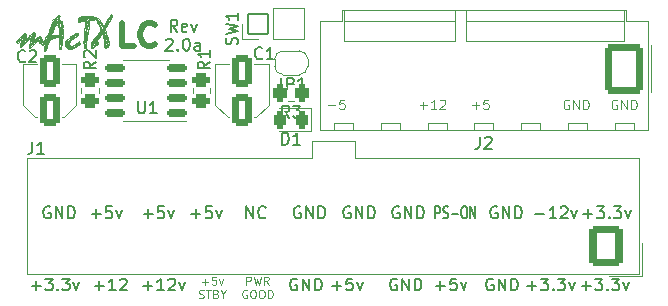
<source format=gto>
G04 #@! TF.GenerationSoftware,KiCad,Pcbnew,(6.0.0-0)*
G04 #@! TF.CreationDate,2022-02-20T21:50:20-06:00*
G04 #@! TF.ProjectId,mactxlc,6d616374-786c-4632-9e6b-696361645f70,rev?*
G04 #@! TF.SameCoordinates,Original*
G04 #@! TF.FileFunction,Legend,Top*
G04 #@! TF.FilePolarity,Positive*
%FSLAX46Y46*%
G04 Gerber Fmt 4.6, Leading zero omitted, Abs format (unit mm)*
G04 Created by KiCad (PCBNEW (6.0.0-0)) date 2022-02-20 21:50:20*
%MOMM*%
%LPD*%
G01*
G04 APERTURE LIST*
G04 Aperture macros list*
%AMRoundRect*
0 Rectangle with rounded corners*
0 $1 Rounding radius*
0 $2 $3 $4 $5 $6 $7 $8 $9 X,Y pos of 4 corners*
0 Add a 4 corners polygon primitive as box body*
4,1,4,$2,$3,$4,$5,$6,$7,$8,$9,$2,$3,0*
0 Add four circle primitives for the rounded corners*
1,1,$1+$1,$2,$3*
1,1,$1+$1,$4,$5*
1,1,$1+$1,$6,$7*
1,1,$1+$1,$8,$9*
0 Add four rect primitives between the rounded corners*
20,1,$1+$1,$2,$3,$4,$5,0*
20,1,$1+$1,$4,$5,$6,$7,0*
20,1,$1+$1,$6,$7,$8,$9,0*
20,1,$1+$1,$8,$9,$2,$3,0*%
%AMFreePoly0*
4,1,37,0.536062,0.786062,0.551000,0.750000,0.551000,-0.750000,0.536062,-0.786062,0.500000,-0.801000,0.000000,-0.801000,-0.012525,-0.795812,-0.080875,-0.794559,-0.095149,-0.792248,-0.230464,-0.749973,-0.243516,-0.743747,-0.361526,-0.665192,-0.372306,-0.655554,-0.463526,-0.547035,-0.471167,-0.534759,-0.528262,-0.405000,-0.532150,-0.391073,-0.549733,-0.256613,-0.548336,-0.256430,-0.551000,-0.250000,
-0.551000,0.250000,-0.550512,0.251179,-0.550356,0.263956,-0.528545,0.404033,-0.524317,0.417860,-0.464069,0.546185,-0.456130,0.558271,-0.362286,0.664529,-0.351274,0.673901,-0.231379,0.749549,-0.218180,0.755454,-0.081873,0.794411,-0.067546,0.796373,-0.011990,0.796033,0.000000,0.801000,0.500000,0.801000,0.536062,0.786062,0.536062,0.786062,$1*%
%AMFreePoly1*
4,1,37,0.012349,0.795885,0.074216,0.795507,0.088518,0.793370,0.224339,0.752751,0.237465,0.746685,0.356427,0.669578,0.367324,0.660073,0.459862,0.552676,0.467652,0.540494,0.526329,0.411442,0.530388,0.397563,0.550485,0.257230,0.551000,0.250000,0.551000,-0.250000,0.550996,-0.250622,0.550847,-0.262838,0.550144,-0.270677,0.526624,-0.410478,0.522228,-0.424254,0.460416,-0.551833,
0.452330,-0.563821,0.357195,-0.668925,0.346069,-0.678161,0.225259,-0.752338,0.211989,-0.758081,0.075216,-0.795370,0.060866,-0.797157,0.011464,-0.796251,0.000000,-0.801000,-0.500000,-0.801000,-0.536062,-0.786062,-0.551000,-0.750000,-0.551000,0.750000,-0.536062,0.786062,-0.500000,0.801000,0.000000,0.801000,0.012349,0.795885,0.012349,0.795885,$1*%
G04 Aperture macros list end*
%ADD10C,0.052500*%
%ADD11C,0.120000*%
%ADD12C,0.100000*%
%ADD13C,0.150000*%
%ADD14C,0.500000*%
%ADD15RoundRect,0.301000X0.550000X-1.075000X0.550000X1.075000X-0.550000X1.075000X-0.550000X-1.075000X0*%
%ADD16RoundRect,0.302100X1.098900X1.398900X-1.098900X1.398900X-1.098900X-1.398900X1.098900X-1.398900X0*%
%ADD17O,2.802000X3.402000*%
%ADD18RoundRect,0.301000X1.330000X1.800000X-1.330000X1.800000X-1.330000X-1.800000X1.330000X-1.800000X0*%
%ADD19O,3.262000X4.202000*%
%ADD20RoundRect,0.051000X0.850000X-0.850000X0.850000X0.850000X-0.850000X0.850000X-0.850000X-0.850000X0*%
%ADD21O,1.802000X1.802000*%
%ADD22RoundRect,0.201000X0.675000X0.150000X-0.675000X0.150000X-0.675000X-0.150000X0.675000X-0.150000X0*%
%ADD23RoundRect,0.301000X0.450000X-0.262500X0.450000X0.262500X-0.450000X0.262500X-0.450000X-0.262500X0*%
%ADD24FreePoly0,180.000000*%
%ADD25FreePoly1,180.000000*%
%ADD26RoundRect,0.301000X0.262500X0.450000X-0.262500X0.450000X-0.262500X-0.450000X0.262500X-0.450000X0*%
%ADD27RoundRect,0.294750X0.243750X0.456250X-0.243750X0.456250X-0.243750X-0.456250X0.243750X-0.456250X0*%
G04 APERTURE END LIST*
D10*
X209415857Y-47943755D02*
X209414247Y-47949451D01*
D11*
X212407500Y-47917100D02*
X212432900Y-47840900D01*
D10*
X210762815Y-47012452D02*
X210765457Y-47014923D01*
X207018718Y-47961225D02*
X206993273Y-47993411D01*
D11*
X212432900Y-47840900D02*
X212001100Y-48120300D01*
D10*
X210026730Y-48348498D02*
X210021987Y-48347550D01*
D11*
X211442300Y-47917100D02*
X211442300Y-48044100D01*
D10*
X207215250Y-47742949D02*
X207125149Y-47833905D01*
D11*
X213017100Y-47485300D02*
X212864700Y-46647100D01*
D10*
X205959812Y-48199151D02*
X205899806Y-48188044D01*
X212019122Y-45628842D02*
X212055487Y-45609837D01*
X212411122Y-46100625D02*
X212408865Y-46096145D01*
X206670179Y-47233956D02*
X206692301Y-47209651D01*
X209218667Y-47789375D02*
X209218667Y-47771145D01*
X211381860Y-45960765D02*
X211378517Y-45959820D01*
X211769117Y-46168787D02*
X211769502Y-46171920D01*
X208022665Y-48506295D02*
X207970620Y-48518163D01*
X209718729Y-47667563D02*
X209722895Y-47662817D01*
X211617392Y-47053943D02*
X211615415Y-47059261D01*
X211921980Y-47829252D02*
X211929295Y-47814062D01*
D11*
X209003900Y-46189900D02*
X208902300Y-46189900D01*
X208114900Y-47612300D02*
X208038700Y-47612300D01*
D10*
X212650767Y-46838042D02*
X212681917Y-46785347D01*
X211397417Y-48305585D02*
X211395317Y-48307483D01*
X213301417Y-45817772D02*
X213306177Y-45808375D01*
X208267017Y-47852039D02*
X208249570Y-47905776D01*
X212360057Y-47827450D02*
X212361562Y-47826120D01*
X209108697Y-47365168D02*
X209104917Y-47366402D01*
D11*
X212432900Y-45808900D02*
X212661500Y-46088300D01*
D10*
X211271242Y-47564169D02*
X211271242Y-47530750D01*
X207436660Y-47712756D02*
X207387485Y-47680856D01*
D11*
X210883500Y-47891700D02*
X210858100Y-47815500D01*
D10*
X211771987Y-46229740D02*
X211765617Y-46294385D01*
X212413607Y-46103757D02*
X212411122Y-46100625D01*
X209200992Y-48152537D02*
X209197860Y-48125382D01*
X212987817Y-47551069D02*
X212966555Y-47460966D01*
D11*
X211010500Y-45961300D02*
X210832700Y-46037500D01*
D10*
X212361562Y-47826120D02*
X212385310Y-47810357D01*
X207884975Y-48444867D02*
X207884975Y-48429011D01*
D11*
X212305900Y-47815500D02*
X212356700Y-47510700D01*
D10*
X207884415Y-47725479D02*
X207919835Y-47744279D01*
X210818447Y-45930682D02*
X210826322Y-45839140D01*
X207654167Y-47383587D02*
X207658927Y-47388810D01*
X212106640Y-45629595D02*
X212109580Y-45633200D01*
X212963614Y-47450237D02*
X212960570Y-47439413D01*
X212663385Y-45963145D02*
X212676982Y-45980995D01*
X213191482Y-47006187D02*
X213212080Y-47059355D01*
D11*
X209334100Y-47917100D02*
X209359500Y-48069500D01*
D10*
X209201675Y-48156332D02*
X209200992Y-48152537D01*
X205603772Y-47688451D02*
X205632255Y-47648292D01*
X207524282Y-47300607D02*
X207549080Y-47300607D01*
D11*
X212280500Y-45758100D02*
X212432900Y-45808900D01*
D10*
X207903017Y-48496231D02*
X207899990Y-48492528D01*
X211878492Y-48009075D02*
X211878492Y-47988569D01*
X209754797Y-47912326D02*
X209754797Y-47901980D01*
D11*
X210045300Y-48298100D02*
X210299300Y-48272700D01*
D10*
X212049117Y-47624555D02*
X212060510Y-47610977D01*
X211318615Y-46927288D02*
X211318615Y-46912761D01*
X206012504Y-48183202D02*
X205989149Y-48199151D01*
D11*
X212737700Y-46926500D02*
X212737700Y-46850300D01*
X211823300Y-45834300D02*
X211645500Y-45885100D01*
X209410300Y-47256700D02*
X209435700Y-47358300D01*
D10*
X209451750Y-46075460D02*
X209454200Y-46084087D01*
X208187952Y-48088924D02*
X208159567Y-48160795D01*
X213192042Y-48283557D02*
X213186634Y-48286217D01*
X206635811Y-48112943D02*
X206637708Y-48105252D01*
X208406877Y-47565877D02*
X208380960Y-47580026D01*
D11*
X209461100Y-46850300D02*
X209435700Y-47104300D01*
D10*
X206383735Y-47075875D02*
X206398070Y-47110814D01*
X212098117Y-45948900D02*
X212062505Y-45948900D01*
D11*
X211543900Y-46570900D02*
X211340700Y-47459900D01*
D10*
X211632495Y-47007421D02*
X211617392Y-47053943D01*
X208949955Y-46279772D02*
X208921202Y-46294875D01*
X211557490Y-47479670D02*
X211540200Y-47613920D01*
D11*
X213093300Y-48120300D02*
X213169500Y-48171100D01*
D10*
X207964827Y-47619429D02*
X207964827Y-47612023D01*
X206260688Y-47926286D02*
X206248725Y-47939576D01*
X209114507Y-46404810D02*
X209082132Y-46354970D01*
D11*
X212077300Y-47967900D02*
X212305900Y-47815500D01*
X206921100Y-47637700D02*
X206870300Y-47307500D01*
X208013300Y-48399700D02*
X207987900Y-48475900D01*
D10*
X211700115Y-46638470D02*
X211699817Y-46642932D01*
X205944050Y-47852419D02*
X205983356Y-47716363D01*
X210781995Y-47046537D02*
X210782642Y-47050336D01*
X213318690Y-47399158D02*
X213346322Y-47446630D01*
D11*
X211594700Y-45834300D02*
X211518500Y-45885100D01*
D10*
X207896280Y-48316123D02*
X207898187Y-48305490D01*
X209233945Y-47511190D02*
X209209357Y-47334692D01*
D11*
X210959700Y-45935900D02*
X210959700Y-45758100D01*
D10*
X209397517Y-48168581D02*
X209377882Y-48252511D01*
X209143067Y-45527447D02*
X209152867Y-45527447D01*
X205989149Y-48199151D02*
X205981458Y-48199151D01*
D11*
X205930500Y-48120300D02*
X205981300Y-48120300D01*
D10*
X212983355Y-48056073D02*
X212983355Y-48041832D01*
X207698705Y-47442831D02*
X207710955Y-47468087D01*
X206613876Y-47556574D02*
X206609224Y-47560657D01*
X209153515Y-46465955D02*
X209121052Y-46414592D01*
D11*
X211645500Y-45885100D02*
X211569300Y-45961300D01*
D10*
X208416380Y-47565877D02*
X208406877Y-47565877D01*
X212700519Y-46746130D02*
X212706802Y-46726775D01*
X208494517Y-47549263D02*
X208487500Y-47551637D01*
X213016692Y-47697376D02*
X212992297Y-47572525D01*
X213426070Y-47766970D02*
X213427802Y-47773614D01*
X213074687Y-46233625D02*
X213129182Y-46146755D01*
X211967550Y-45938645D02*
X211955982Y-45936562D01*
X207884975Y-48429011D02*
X207884975Y-48400718D01*
X211265730Y-45611465D02*
X211265730Y-45611465D01*
X212485952Y-47870080D02*
X212484237Y-47873781D01*
X209249397Y-45603117D02*
X209249397Y-45615822D01*
X206757145Y-47482518D02*
X206755248Y-47480619D01*
X213355545Y-46187197D02*
X213347932Y-46201057D01*
X209912612Y-47514989D02*
X209932440Y-47497900D01*
D11*
X205981300Y-48120300D02*
X206108300Y-48018700D01*
D10*
X210785985Y-46020580D02*
X210787612Y-46015820D01*
D11*
X205778100Y-47586900D02*
X205955900Y-47409100D01*
D10*
X209170892Y-45876747D02*
X209172240Y-45878742D01*
X211827235Y-45903592D02*
X211815562Y-45899515D01*
D11*
X213423500Y-45758100D02*
X212966300Y-46723300D01*
D10*
X209460290Y-47743994D02*
X209446132Y-47846721D01*
X213359132Y-48122057D02*
X213322872Y-48178169D01*
X213636944Y-45412455D02*
X213639045Y-45414835D01*
X206350125Y-47526476D02*
X206363605Y-47531983D01*
X210650395Y-47334217D02*
X210580920Y-47368967D01*
X213105820Y-48277387D02*
X213103824Y-48272924D01*
X212985735Y-46361987D02*
X213016605Y-46316137D01*
X209558832Y-47088029D02*
X209561492Y-47090589D01*
X212126572Y-45812557D02*
X212126205Y-45815130D01*
X213308067Y-45806380D02*
X213330187Y-45781967D01*
X205981458Y-48199151D02*
X205959812Y-48199151D01*
X212649822Y-45945190D02*
X212663385Y-45963145D01*
X211521702Y-48173043D02*
X211520757Y-48177411D01*
X211305140Y-48133642D02*
X211304370Y-48131173D01*
X212706802Y-46726775D02*
X212706802Y-46720405D01*
X211418872Y-46092260D02*
X211418872Y-46082005D01*
D11*
X209232500Y-45986700D02*
X209384900Y-46088300D01*
X206921100Y-47764700D02*
X206819500Y-47383700D01*
D10*
X207932365Y-48176937D02*
X207936722Y-48160132D01*
X208300547Y-47019574D02*
X208314512Y-46983020D01*
X213567365Y-45434575D02*
X213587875Y-45410757D01*
D11*
X208953100Y-46113700D02*
X209054700Y-46139100D01*
D10*
X205576523Y-47725005D02*
X205598645Y-47695762D01*
X207990657Y-47381214D02*
X208028632Y-47318742D01*
X211508227Y-47912804D02*
X211506617Y-47984106D01*
X208620885Y-46119892D02*
X208627360Y-46111440D01*
X211903272Y-48278621D02*
X211898810Y-48273208D01*
X206000256Y-47633385D02*
X206000256Y-47605756D01*
D11*
X208597500Y-46748700D02*
X208622900Y-46824900D01*
D10*
X209172240Y-45878742D02*
X209188742Y-45892130D01*
D11*
X212661500Y-46088300D02*
X212839300Y-46316900D01*
D10*
X206672076Y-47982967D02*
X206705212Y-47877104D01*
X211876602Y-48178169D02*
X211876602Y-48153958D01*
X209249397Y-45590202D02*
X209249397Y-45603117D01*
X206363605Y-47531983D02*
X206368162Y-47531983D01*
X213012877Y-48149499D02*
X213009745Y-48146079D01*
X209204020Y-46672455D02*
X209202707Y-46665525D01*
X210760067Y-47009888D02*
X210762815Y-47012452D01*
X213030360Y-47827924D02*
X213034542Y-47814346D01*
X212829827Y-47056127D02*
X212826415Y-47050145D01*
X208669395Y-47203480D02*
X208669395Y-47203480D01*
X208236270Y-47161988D02*
X208236637Y-47156293D01*
X213098330Y-46764942D02*
X213137180Y-46866239D01*
D11*
X208826100Y-45885100D02*
X208953100Y-45732700D01*
X211467700Y-46266100D02*
X211391500Y-46621700D01*
D10*
X212541305Y-46323155D02*
X212511205Y-46260872D01*
D11*
X207352900Y-47612300D02*
X207302100Y-47536100D01*
D10*
X213252242Y-45913952D02*
X213255830Y-45907022D01*
X211596042Y-47199681D02*
X211583425Y-47291304D01*
X213223000Y-45973872D02*
X213252242Y-45913952D01*
X211278645Y-45607685D02*
X211420115Y-45579195D01*
X211763045Y-46314230D02*
X211748730Y-46395692D01*
X206042601Y-47212974D02*
X206142388Y-47109580D01*
X209877945Y-48265993D02*
X209870927Y-48260867D01*
X208973877Y-46279772D02*
X208959562Y-46279772D01*
X208845165Y-47421850D02*
X208837832Y-47423369D01*
X206664862Y-48006702D02*
X206667995Y-47996258D01*
X207119736Y-47327380D02*
X207116982Y-47345325D01*
X209932440Y-47497900D02*
X210125290Y-47333551D01*
X207559615Y-47839981D02*
X207543847Y-47820801D01*
X209175827Y-46504595D02*
X209158449Y-46474495D01*
X211765617Y-46294385D02*
X211764375Y-46304360D01*
D11*
X207911700Y-47790100D02*
X207962500Y-47840900D01*
D10*
X209574792Y-47143285D02*
X209566164Y-47180599D01*
X205903224Y-47976033D02*
X205925157Y-47907962D01*
X206409749Y-47501602D02*
X206464437Y-47450713D01*
X208353817Y-47632433D02*
X208352872Y-47637464D01*
X208209302Y-47217911D02*
X208212925Y-47214019D01*
X213350417Y-47458023D02*
X213362265Y-47524294D01*
D11*
X211340700Y-47459900D02*
X211315300Y-47790100D01*
D10*
X213103824Y-48272924D02*
X213101760Y-48268462D01*
X208850187Y-47419666D02*
X208845165Y-47421850D01*
D11*
X208419700Y-47028100D02*
X208241900Y-47383700D01*
D10*
X212794320Y-46163082D02*
X212795265Y-46165270D01*
X209574792Y-47119930D02*
X209574792Y-47129802D01*
X209719377Y-47809314D02*
X209683205Y-47734785D01*
X211506617Y-47984106D02*
X211506425Y-47996827D01*
X213373570Y-45729117D02*
X213420942Y-45655512D01*
X207919835Y-47744279D02*
X207931700Y-47744279D01*
X207151257Y-47531983D02*
X207158474Y-47525907D01*
X212435727Y-46132142D02*
X212413607Y-46103757D01*
X209197860Y-48099081D02*
X209200432Y-48047337D01*
D11*
X205828900Y-47586900D02*
X205651100Y-47790100D01*
D10*
X211266500Y-47771145D02*
X211271242Y-47615913D01*
X207969570Y-47727189D02*
X207976797Y-47742664D01*
D11*
X207632300Y-47815500D02*
X207479900Y-47663100D01*
X213448900Y-45758100D02*
X213017100Y-46545500D01*
X210299300Y-48272700D02*
X210553300Y-48120300D01*
D10*
X207974032Y-47520781D02*
X207973945Y-47518596D01*
X208237617Y-47151831D02*
X208256500Y-47101224D01*
D11*
X208775300Y-46367700D02*
X208749900Y-46494700D01*
D10*
X210826322Y-45839140D02*
X210827372Y-45831930D01*
D11*
X206057500Y-47586900D02*
X205981300Y-47510700D01*
D10*
X212925062Y-47314563D02*
X212920985Y-47300418D01*
X209158449Y-46474495D02*
X209156664Y-46471362D01*
X213166877Y-46065205D02*
X213170499Y-46058642D01*
X212482330Y-47792224D02*
X212484325Y-47794882D01*
X211265730Y-45611465D02*
X211278645Y-45607685D01*
D11*
X207962500Y-47840900D02*
X207962500Y-47891700D01*
X213296500Y-47815500D02*
X213118700Y-47891700D01*
X207962500Y-47891700D02*
X207860900Y-47942500D01*
X206235300Y-47840900D02*
X206235300Y-47485300D01*
D10*
X208546177Y-47211264D02*
X208561560Y-47211264D01*
X212331672Y-47808460D02*
X212332617Y-47809694D01*
X206732745Y-48252225D02*
X206664768Y-48247479D01*
D11*
X210324700Y-48145700D02*
X210070700Y-48171100D01*
D10*
X212387112Y-45720560D02*
X212444932Y-45740387D01*
X210070392Y-48353151D02*
X210026730Y-48348498D01*
X211975617Y-47732600D02*
X212035170Y-47643448D01*
X210487942Y-47417673D02*
X210462690Y-47441694D01*
X207549080Y-47300607D02*
X207553717Y-47300607D01*
X209493890Y-47243830D02*
X209477370Y-47259592D01*
X212232062Y-45801077D02*
X212230260Y-45797262D01*
X210546707Y-47982776D02*
X210557925Y-47975844D01*
X213346322Y-47446630D02*
X213348422Y-47452327D01*
X209200432Y-48047337D02*
X209206417Y-47966067D01*
X210892315Y-45690652D02*
X210954772Y-45654270D01*
D11*
X211747100Y-45631100D02*
X211950300Y-45656500D01*
D10*
X213084942Y-46624330D02*
X213082492Y-46629930D01*
X206404242Y-47166070D02*
X206404242Y-47194744D01*
X207044352Y-47928657D02*
X207018718Y-47961225D01*
X209407877Y-47994645D02*
X209422122Y-48051611D01*
D11*
X213575900Y-45605700D02*
X213601300Y-45478700D01*
D10*
X211656435Y-45928005D02*
X211653565Y-45929247D01*
X211766370Y-45579282D02*
X211772355Y-45580245D01*
X209207362Y-47631675D02*
X209207642Y-47625505D01*
D11*
X212788500Y-46926500D02*
X212788500Y-47028100D01*
X210070700Y-47637700D02*
X210019900Y-47612300D01*
D10*
X212221702Y-45761387D02*
X212221702Y-45748752D01*
X208329877Y-47706964D02*
X208326272Y-47715889D01*
X211112395Y-45615455D02*
X211125012Y-45613827D01*
X207346465Y-47670317D02*
X207332027Y-47670317D01*
X211313960Y-48303686D02*
X211299732Y-48282324D01*
X211818205Y-45589625D02*
X211821442Y-45590570D01*
D11*
X206590900Y-47485300D02*
X206463900Y-47586900D01*
D10*
X212937015Y-46388955D02*
X212947760Y-46401957D01*
X210796730Y-47801338D02*
X210802207Y-47795927D01*
X212482435Y-47877388D02*
X212458040Y-47927138D01*
X211518762Y-47719023D02*
X211519515Y-47723580D01*
X210844382Y-46092260D02*
X210812182Y-46101185D01*
X207894372Y-48326662D02*
X207896280Y-48316123D01*
D11*
X208521300Y-46748700D02*
X208394300Y-47383700D01*
D10*
X205686563Y-47844538D02*
X205685614Y-47847100D01*
D11*
X207302100Y-47536100D02*
X207505300Y-47459900D01*
D10*
X208519770Y-47189429D02*
X208525195Y-47203386D01*
X209218667Y-47771145D02*
X209217022Y-47765736D01*
X206535739Y-47619046D02*
X206525674Y-47626737D01*
X212305825Y-45693015D02*
X212330920Y-45698825D01*
X205598645Y-47695762D02*
X205601209Y-47692152D01*
X213526624Y-45491082D02*
X213557197Y-45448260D01*
X211639250Y-45566087D02*
X211654615Y-45566087D01*
D11*
X213067900Y-48069500D02*
X213042500Y-48018700D01*
D10*
X212706802Y-46720405D02*
X212706802Y-46710920D01*
X209222832Y-45544720D02*
X209226630Y-45548220D01*
D11*
X211975700Y-45732700D02*
X212001100Y-45808900D01*
D10*
X206832626Y-48179404D02*
X206771863Y-48233996D01*
X210840672Y-45765570D02*
X210843140Y-45758622D01*
X212330920Y-45698825D02*
X212369070Y-45712685D01*
X211493125Y-48239599D02*
X211491235Y-48241213D01*
X212124315Y-45937875D02*
X212122687Y-45939502D01*
X211704752Y-46600495D02*
X211700115Y-46638470D01*
X211523505Y-47753488D02*
X211523505Y-47763456D01*
X208925455Y-45669005D02*
X208961067Y-45649247D01*
X210409927Y-47485652D02*
X210398990Y-47494292D01*
X205797743Y-47457169D02*
X205810845Y-47443402D01*
X205894869Y-48185860D02*
X205889933Y-48183676D01*
X212810945Y-46200585D02*
X212829932Y-46235427D01*
X213365502Y-48110761D02*
X213362667Y-48115792D01*
X207968625Y-47590088D02*
X207969290Y-47587812D01*
X209190737Y-46532035D02*
X209190072Y-46530705D01*
D11*
X212077300Y-45885100D02*
X211823300Y-45834300D01*
D10*
X213315295Y-48187950D02*
X213272559Y-48231432D01*
D11*
X209080100Y-45986700D02*
X209080100Y-45732700D01*
D10*
X210224200Y-47631581D02*
X210153080Y-47690825D01*
X211972765Y-48310901D02*
X211936890Y-48302830D01*
X211877547Y-48081518D02*
X211877740Y-48070694D01*
X211582270Y-47300796D02*
X211580292Y-47314374D01*
X213377192Y-47627782D02*
X213389810Y-47668133D01*
X211805395Y-45901405D02*
X211717002Y-45915650D01*
X207948972Y-47740385D02*
X207950582Y-47739626D01*
X211506040Y-48009360D02*
X211504622Y-48110570D01*
X212388547Y-47808460D02*
X212391680Y-47806562D01*
X208903930Y-47394314D02*
X208850187Y-47419666D01*
X206374431Y-47396120D02*
X206371961Y-47406944D01*
X212583549Y-46413262D02*
X212575954Y-46396847D01*
X211649505Y-46923870D02*
X211648542Y-46929281D01*
D11*
X210731100Y-47942500D02*
X210324700Y-48145700D01*
D10*
X208217107Y-48021227D02*
X208215200Y-48025312D01*
X211748730Y-46395692D02*
X211747190Y-46402062D01*
X210827372Y-45831930D02*
X210828317Y-45824597D01*
X210159922Y-48076011D02*
X210165435Y-48078289D01*
X213612742Y-45400590D02*
X213636944Y-45412455D01*
X212126205Y-45815130D02*
X212127727Y-45854522D01*
X209351860Y-48318307D02*
X209326800Y-48353151D01*
X205810845Y-47443402D02*
X205935125Y-47321019D01*
X213137740Y-46129955D02*
X213166877Y-46065205D01*
X211433502Y-48273113D02*
X211428742Y-48275296D01*
X211659182Y-45926762D02*
X211656435Y-45928005D01*
D11*
X208775300Y-46037500D02*
X208546700Y-46621700D01*
D10*
X205649155Y-47896662D02*
X205626938Y-47838179D01*
X206290119Y-47042930D02*
X206303792Y-47037232D01*
X207112614Y-47008941D02*
X207127520Y-47052613D01*
D11*
X210578700Y-47180500D02*
X210756500Y-47155100D01*
D10*
X210934192Y-47853369D02*
X210948332Y-47887263D01*
X210782642Y-47050336D02*
X210782642Y-47154585D01*
D11*
X213271100Y-47459900D02*
X213347300Y-47663100D01*
D10*
X209205752Y-46919788D02*
X209217617Y-46843264D01*
X213648057Y-45566945D02*
X213642562Y-45630155D01*
X210817887Y-45941777D02*
X210818447Y-45930682D01*
D11*
X209969100Y-47663100D02*
X210019900Y-47866300D01*
D10*
X207566352Y-47305258D02*
X207567962Y-47306301D01*
X206314899Y-47037232D02*
X206348319Y-47045494D01*
X211304370Y-48131173D02*
X211303617Y-48128611D01*
X212498377Y-47840550D02*
X212497730Y-47842449D01*
X211717002Y-45915650D02*
X211709495Y-45916700D01*
X206667995Y-47996258D02*
X206672076Y-47982967D01*
X209209917Y-47927233D02*
X209215989Y-47844349D01*
X212832207Y-46238945D02*
X212840642Y-46253102D01*
X212630642Y-47314469D02*
X212595135Y-47368300D01*
X208338522Y-46910483D02*
X208344892Y-46890641D01*
X211392675Y-46306460D02*
X211416317Y-46155680D01*
X209199680Y-47704782D02*
X209200625Y-47698706D01*
X212918692Y-47295668D02*
X212894297Y-47234051D01*
X207027832Y-46961373D02*
X207039698Y-46961373D01*
X212263492Y-45854137D02*
X212259992Y-45849010D01*
X212356925Y-47744088D02*
X212333177Y-47803333D01*
X209495500Y-46352887D02*
X209501012Y-46406997D01*
X213422675Y-47979644D02*
X213397422Y-48041261D01*
X209196145Y-47111288D02*
X209204020Y-47091919D01*
D11*
X212001100Y-48120300D02*
X212051900Y-47840900D01*
D10*
X210322760Y-48083037D02*
X210330442Y-48081233D01*
X210798882Y-48028350D02*
X210661420Y-48109810D01*
D11*
X208470500Y-47104300D02*
X208445100Y-47307500D01*
D10*
X212698892Y-46682430D02*
X212680675Y-46630875D01*
X208543990Y-47116512D02*
X208531075Y-47140531D01*
X205620672Y-47824314D02*
X205579657Y-47737631D01*
X206742620Y-47694149D02*
X206752970Y-47622274D01*
X209746817Y-47943660D02*
X209754797Y-47912326D01*
X212128392Y-45859930D02*
X212128952Y-45865250D01*
D11*
X212331300Y-45834300D02*
X212280500Y-45758100D01*
D10*
X206618435Y-47552395D02*
X206613876Y-47556574D01*
X211428742Y-48275296D02*
X211425540Y-48278430D01*
X209417642Y-46015820D02*
X209420792Y-46017062D01*
D11*
X209080100Y-45732700D02*
X208775300Y-46037500D01*
X207987900Y-48221900D02*
X208114900Y-47815500D01*
D10*
X207967960Y-47728421D02*
X207969570Y-47727189D01*
X206768445Y-47506729D02*
X206758951Y-47484418D01*
X209422122Y-48051611D02*
X209423365Y-48057687D01*
X211348890Y-46608842D02*
X211348522Y-46605990D01*
X211333805Y-46783265D02*
X211334750Y-46775950D01*
D11*
X209308700Y-46824900D02*
X209207100Y-46189900D01*
D10*
X212505885Y-46250250D02*
X212500477Y-46239417D01*
D11*
X208470500Y-46596300D02*
X208673700Y-46139100D01*
D10*
X211699817Y-46642932D02*
X211699432Y-46647307D01*
D11*
X205651100Y-47713900D02*
X205752700Y-47612300D01*
D10*
X209495430Y-47059165D02*
X209496270Y-47060589D01*
X211771987Y-46204855D02*
X211771987Y-46229740D01*
X211375490Y-48316883D02*
X211360790Y-48316883D01*
X205779704Y-47751589D02*
X205773342Y-47758235D01*
X207850517Y-48009742D02*
X207829535Y-48009742D01*
X207992740Y-47959324D02*
X207998532Y-47925999D01*
X206404242Y-47194744D02*
X206397025Y-47270510D01*
X208600672Y-47208037D02*
X208607795Y-47207467D01*
D11*
X206997300Y-47536100D02*
X206997300Y-47663100D01*
X212864700Y-46647100D02*
X212890100Y-47053500D01*
X210654900Y-47078900D02*
X210426300Y-47180500D01*
D10*
X211418872Y-46123305D02*
X211418872Y-46092260D01*
X208693807Y-45849762D02*
X208788640Y-45830775D01*
X213641040Y-45417215D02*
X213651382Y-45448715D01*
X211302865Y-45969392D02*
X211260882Y-45978807D01*
X211319560Y-48307389D02*
X211316812Y-48305585D01*
X209494450Y-46344522D02*
X209495500Y-46352887D01*
X208451240Y-46539910D02*
X208454355Y-46528237D01*
X208043542Y-47901599D02*
X208032132Y-47910429D01*
D11*
X206794100Y-47383700D02*
X206870300Y-47561500D01*
D10*
X209121052Y-46414592D02*
X209117815Y-46409745D01*
D11*
X208165700Y-47688500D02*
X208114900Y-47612300D01*
D10*
X207356720Y-47670317D02*
X207346465Y-47670317D01*
X206349175Y-47525433D02*
X206350125Y-47526476D01*
X209217022Y-47765736D02*
X209201185Y-47710480D01*
D11*
X209867500Y-47866300D02*
X209816700Y-47663100D01*
D10*
X211517992Y-47714370D02*
X211518762Y-47719023D01*
D11*
X210019900Y-47612300D02*
X210578700Y-47180500D01*
D10*
X208033760Y-47313707D02*
X208035002Y-47312379D01*
D11*
X209181700Y-46418500D02*
X209003900Y-46189900D01*
X207759300Y-47917100D02*
X207886300Y-47866300D01*
X207479900Y-47663100D02*
X207352900Y-47612300D01*
X209765900Y-47739300D02*
X209816700Y-47866300D01*
X211518500Y-45885100D02*
X211340700Y-45910500D01*
X208114900Y-47815500D02*
X208165700Y-47688500D01*
D10*
X207231105Y-47465905D02*
X207238416Y-47459923D01*
X208686982Y-46790949D02*
X208659630Y-46871461D01*
X210462690Y-47441694D02*
X210420742Y-47476918D01*
X206707776Y-47869224D02*
X206710245Y-47861249D01*
X210416647Y-48058352D02*
X210426132Y-48055504D01*
X210247860Y-48104874D02*
X210252585Y-48102975D01*
X210828317Y-45824597D02*
X210839325Y-45769262D01*
D11*
X213245700Y-47688500D02*
X213093300Y-47713900D01*
D10*
X211648542Y-46929281D02*
X211647580Y-46934600D01*
D11*
X206768700Y-47942500D02*
X206819500Y-47485300D01*
D10*
X211450792Y-45575467D02*
X211592052Y-45566087D01*
X205695773Y-47835708D02*
X205686563Y-47844538D01*
X209205560Y-47562367D02*
X209233945Y-47511190D01*
X209190737Y-45892777D02*
X209417642Y-46015820D01*
X213562325Y-45441435D02*
X213567365Y-45434575D01*
X205650484Y-47901408D02*
X205649155Y-47896662D01*
D11*
X208038700Y-47434500D02*
X208089500Y-47358300D01*
D10*
X213186634Y-48286217D02*
X213152264Y-48299603D01*
X209158187Y-47128760D02*
X209166167Y-47127241D01*
X213335227Y-45776000D02*
X213365309Y-45740492D01*
X212454890Y-47933500D02*
X212451670Y-47939481D01*
X212894297Y-47234051D02*
X212891637Y-47226456D01*
X211207437Y-45991705D02*
X211202695Y-45993035D01*
X209797707Y-47592937D02*
X209847565Y-47559896D01*
X212771360Y-47127808D02*
X212769732Y-47131226D01*
X213585687Y-45780182D02*
X213491677Y-45946905D01*
X212996637Y-47953630D02*
X212998825Y-47943944D01*
X211523505Y-47763456D02*
X211523505Y-47778838D01*
D11*
X209359500Y-46697900D02*
X209334100Y-46215300D01*
D10*
X212379692Y-46040057D02*
X212376105Y-46033285D01*
X209696505Y-47708579D02*
X209718729Y-47667563D01*
X206343573Y-47505495D02*
X206343573Y-47510432D01*
X206404242Y-47152210D02*
X206404242Y-47166070D01*
X209514207Y-46831964D02*
X209493697Y-47021377D01*
X211654615Y-45566087D02*
X211694042Y-45571495D01*
D11*
X210096100Y-48094900D02*
X209943700Y-48044100D01*
D10*
X213306177Y-45808375D02*
X213308067Y-45806380D01*
X213427802Y-47773614D02*
X213436517Y-47812638D01*
X206397025Y-47270510D02*
X206395698Y-47280764D01*
X213247010Y-46376810D02*
X213141817Y-46534800D01*
X210976630Y-45647077D02*
X211112395Y-45615455D01*
X207333165Y-47385961D02*
X207342002Y-47379030D01*
X209735809Y-47986288D02*
X209743685Y-47954956D01*
X211373495Y-46501847D02*
X211375017Y-46496912D01*
X213067372Y-46678247D02*
X213067372Y-46684232D01*
X209726990Y-47658069D02*
X209785370Y-47602718D01*
D11*
X209283300Y-48298100D02*
X209257900Y-48323500D01*
D10*
X210578925Y-48177506D02*
X210492020Y-48244914D01*
X211755450Y-46120172D02*
X211758687Y-46129010D01*
D11*
X209308700Y-47155100D02*
X209257900Y-47104300D01*
D10*
X207146795Y-47538250D02*
X207151257Y-47531983D01*
X206771863Y-48233996D02*
X206742526Y-48252225D01*
X208014107Y-47879288D02*
X208016085Y-47873592D01*
X207058308Y-47550876D02*
X207056980Y-47554012D01*
X209207642Y-47625505D02*
X209206120Y-47567683D01*
X208375937Y-47585817D02*
X208355322Y-47627024D01*
X211633440Y-47003338D02*
X211632495Y-47007421D01*
X207839877Y-47681806D02*
X207884415Y-47725479D01*
D11*
X209486500Y-47129700D02*
X209537300Y-47155100D01*
X213245700Y-47840900D02*
X213321900Y-47917100D01*
X209334100Y-47358300D02*
X209334100Y-47612300D01*
D10*
X208682887Y-47203480D02*
X208723330Y-47198256D01*
D11*
X212991700Y-46469300D02*
X213423500Y-45758100D01*
D10*
X211306942Y-45968447D02*
X211302865Y-45969392D01*
X208541435Y-47211264D02*
X208546177Y-47211264D01*
X211399395Y-48303686D02*
X211397417Y-48305585D01*
X209206977Y-47637848D02*
X209207362Y-47631675D01*
X210420742Y-47476918D02*
X210409927Y-47485652D01*
X208798247Y-47182496D02*
X208812387Y-47178985D01*
D11*
X205955900Y-48018700D02*
X206133700Y-47485300D01*
X208368900Y-46977300D02*
X208470500Y-46596300D01*
X206794100Y-48018700D02*
X206870300Y-47663100D01*
X209207100Y-46316900D02*
X208953100Y-46113700D01*
X206311500Y-47612300D02*
X205930500Y-48094900D01*
D10*
X209200240Y-46987674D02*
X209204124Y-46934694D01*
X211596987Y-47185819D02*
X211597372Y-47190850D01*
D11*
X210604100Y-47282100D02*
X210400900Y-47409100D01*
D10*
X208975697Y-47170344D02*
X208980142Y-47171007D01*
X213435677Y-47883751D02*
X213435572Y-47890112D01*
X212312492Y-47304308D02*
X212344955Y-47261963D01*
X209202235Y-48160132D02*
X209201675Y-48156332D01*
X211336640Y-45951840D02*
X211331617Y-45951262D01*
X210060242Y-47903118D02*
X210060242Y-47926475D01*
X212508177Y-47514894D02*
X212421290Y-47638131D01*
X209192364Y-48317833D02*
X209192364Y-48302450D01*
X210885577Y-47745513D02*
X210910445Y-47800106D01*
X212983355Y-48019708D02*
X212994380Y-47963218D01*
X213045830Y-48185860D02*
X213042995Y-48182631D01*
X210124607Y-48353151D02*
X210086545Y-48353151D01*
X210068870Y-47833239D02*
X210060242Y-47903118D01*
X211375017Y-46496912D02*
X211382997Y-46471467D01*
X207980490Y-47552777D02*
X207980490Y-47552777D01*
X212284107Y-45693015D02*
X212297582Y-45693015D01*
X211202695Y-45993035D02*
X211169830Y-46002152D01*
X210251360Y-47610408D02*
X210232740Y-47624933D01*
X211381667Y-46458832D02*
X211367422Y-46417830D01*
X209766102Y-48156143D02*
X209763250Y-48151681D01*
X209187692Y-47329088D02*
X209166430Y-47336211D01*
D11*
X207683100Y-47561500D02*
X207835500Y-47790100D01*
D10*
X208793312Y-45830127D02*
X208815817Y-45815585D01*
X206078964Y-48125095D02*
X206067762Y-48135730D01*
X210778110Y-46063315D02*
X210778110Y-46055597D01*
X206731702Y-47766305D02*
X206739108Y-47718169D01*
X208314512Y-46983020D02*
X208338522Y-46910483D01*
X206390000Y-47781306D02*
X206378417Y-47794408D01*
D11*
X209257900Y-47104300D02*
X209257900Y-46901100D01*
D10*
X210822927Y-48008506D02*
X210810957Y-48018474D01*
X209461235Y-47735163D02*
X209460290Y-47743994D01*
D11*
X209842100Y-48171100D02*
X210045300Y-48298100D01*
X208394300Y-47383700D02*
X208343500Y-47332900D01*
D10*
X208521380Y-46331415D02*
X208531442Y-46304552D01*
X213259452Y-45900092D02*
X213301417Y-45817772D01*
D11*
X206997300Y-47764700D02*
X206794100Y-48018700D01*
D10*
X208109045Y-48375938D02*
X208074955Y-48451038D01*
X211872245Y-45602557D02*
X211878317Y-45603870D01*
X208016085Y-47873592D02*
X208017992Y-47867894D01*
X210400880Y-47146038D02*
X210451315Y-47102839D01*
X209204772Y-48367962D02*
X209202707Y-48364259D01*
D11*
X207581500Y-47383700D02*
X207683100Y-47561500D01*
D10*
X210332927Y-47546606D02*
X210251360Y-47610408D01*
X210154707Y-47308298D02*
X210262000Y-47226930D01*
X205882145Y-48049617D02*
X205903224Y-47976033D01*
X211506425Y-47996827D02*
X211506040Y-48009360D01*
D11*
X211467700Y-45732700D02*
X211543900Y-45732700D01*
X208064100Y-48120300D02*
X208140300Y-48120300D01*
D10*
X207884975Y-48400718D02*
X207894372Y-48326662D01*
X211276755Y-47417101D02*
X211291752Y-47261585D01*
X208614812Y-47206802D02*
X208655745Y-47203480D01*
X213587875Y-45410757D02*
X213599932Y-45400590D01*
X210426132Y-48055504D02*
X210436877Y-48049141D01*
X206378417Y-47794408D02*
X206260688Y-47926286D01*
X212372395Y-46026460D02*
X212329012Y-45946712D01*
X205773342Y-47758235D02*
X205695773Y-47835708D01*
X207830287Y-47669367D02*
X207839877Y-47681806D01*
X207065999Y-47630536D02*
X207069795Y-47632433D01*
X210394807Y-48296754D02*
X210373825Y-48304825D01*
X208873060Y-47166737D02*
X208913607Y-47161513D01*
X210645932Y-48116173D02*
X210640822Y-48120254D01*
D11*
X213220300Y-47205900D02*
X213271100Y-47459900D01*
D10*
X211275127Y-47443970D02*
X211275985Y-47430583D01*
X212670245Y-46604957D02*
X212636732Y-46527852D01*
X210910445Y-47800106D02*
X210934192Y-47853369D01*
X206891304Y-47022992D02*
X206905449Y-47012737D01*
D11*
X208419700Y-47332900D02*
X208470500Y-47256700D01*
D10*
X210566937Y-47376562D02*
X210497445Y-47411406D01*
D11*
X210832700Y-46037500D02*
X210883500Y-45859700D01*
X212407500Y-45935900D02*
X212559900Y-46215300D01*
D10*
X212344010Y-47820896D02*
X212345060Y-47821657D01*
X211709495Y-45916700D02*
X211703422Y-45917277D01*
X206701226Y-47479861D02*
X206698473Y-47481189D01*
X210667877Y-47325007D02*
X210657430Y-47331083D01*
D11*
X213042500Y-48018700D02*
X213093300Y-47790100D01*
D10*
X208746010Y-47450998D02*
X208735002Y-47454983D01*
D11*
X211670900Y-46088300D02*
X211696300Y-46240700D01*
X207124300Y-47688500D02*
X207225900Y-47536100D01*
D10*
X206401487Y-47768107D02*
X206390000Y-47781306D01*
X209375957Y-48260771D02*
X209372457Y-48271783D01*
X208065452Y-47666805D02*
X208004797Y-47676299D01*
X206525674Y-47626737D02*
X206514567Y-47639367D01*
D11*
X210629500Y-47205900D02*
X210731100Y-47078900D01*
D10*
X209377882Y-48252511D02*
X209375957Y-48260771D01*
X207969290Y-47587812D02*
X207979160Y-47556574D01*
D11*
X211137500Y-45681900D02*
X211467700Y-45631100D01*
D10*
X208806980Y-46526907D02*
X208797197Y-46547610D01*
X209204020Y-47085558D02*
X209203372Y-47076064D01*
X208077702Y-47288360D02*
X208146547Y-47258357D01*
X207585339Y-47318264D02*
X207586949Y-47319594D01*
X210962105Y-45651820D02*
X210976630Y-45647077D01*
X211592245Y-47136924D02*
X211596987Y-47185819D01*
X212459457Y-46160527D02*
X212456692Y-46155487D01*
X208067377Y-47293486D02*
X208072575Y-47290921D01*
D11*
X206108300Y-48018700D02*
X206235300Y-47840900D01*
X209308700Y-47713900D02*
X209283300Y-47586900D01*
D10*
X212809422Y-46197172D02*
X212810945Y-46200585D01*
D11*
X213169500Y-47205900D02*
X213220300Y-47205900D01*
X208241900Y-47713900D02*
X208343500Y-47409100D01*
D10*
X211299732Y-48275296D02*
X211300292Y-48264852D01*
X212321120Y-45934077D02*
X212295867Y-45899340D01*
X212829932Y-46235427D02*
X212832207Y-46238945D01*
X211418872Y-46137077D02*
X211418872Y-46123305D01*
X208788640Y-45830775D02*
X208793312Y-45830127D01*
D11*
X208038700Y-48374300D02*
X208241900Y-47713900D01*
D10*
X211592052Y-45566087D02*
X211639250Y-45566087D01*
D11*
X207505300Y-47358300D02*
X207581500Y-47383700D01*
D10*
X209466940Y-47647908D02*
X209466940Y-47669652D01*
D11*
X209334100Y-46215300D02*
X209232500Y-46088300D01*
D10*
X210497445Y-47411406D02*
X210490515Y-47414539D01*
X207928182Y-48189469D02*
X207932365Y-48176937D01*
X209199942Y-48241402D02*
X209205560Y-48204660D01*
X212060230Y-45607685D02*
X212071815Y-45607685D01*
X211719750Y-46039375D02*
X211722602Y-46044590D01*
X211523505Y-47778838D02*
X211517135Y-47818238D01*
X212445422Y-47781876D02*
X212449500Y-47780926D01*
X209178977Y-46510195D02*
X209177437Y-46507447D01*
D11*
X211620100Y-46367700D02*
X211543900Y-46012100D01*
D10*
X208432322Y-47565877D02*
X208416380Y-47565877D01*
X208001280Y-47675919D02*
X207975852Y-47661676D01*
X212590305Y-47376277D02*
X212585352Y-47384157D01*
D11*
X209461100Y-47231300D02*
X209410300Y-47256700D01*
D10*
X207104070Y-46995363D02*
X207108438Y-47002199D01*
D11*
X206819500Y-47383700D02*
X206590900Y-47485300D01*
D10*
X207940712Y-48518163D02*
X207905957Y-48499839D01*
X212856619Y-47122112D02*
X212854992Y-47116036D01*
X211425540Y-48278430D02*
X211399395Y-48303686D01*
X209501012Y-46406997D02*
X209501012Y-46425040D01*
X211510502Y-48213013D02*
X211509365Y-48215768D01*
X208352872Y-47637464D02*
X208329877Y-47706964D01*
D11*
X206133700Y-47739300D02*
X205955900Y-48018700D01*
D10*
X208913607Y-47161513D02*
X208927187Y-47161513D01*
X209260142Y-48389799D02*
X209241820Y-48389799D01*
X213435572Y-47890112D02*
X213435380Y-47896377D01*
X213425702Y-45648127D02*
X213430445Y-45640620D01*
X209202707Y-48364259D02*
X209192364Y-48317833D01*
X209501012Y-47378461D02*
X209466940Y-47647908D01*
D11*
X212051900Y-47713900D02*
X212001100Y-47866300D01*
D10*
X205956298Y-47575374D02*
X205920789Y-47596546D01*
X207048433Y-47585343D02*
X207047008Y-47602146D01*
X211517135Y-47818238D02*
X211515892Y-47825075D01*
X212960570Y-47439413D02*
X212925062Y-47314563D01*
X211694042Y-45571495D02*
X211700867Y-45572632D01*
X212455380Y-46154455D02*
X212439612Y-46137165D01*
X210102190Y-47743138D02*
X210100020Y-47746367D01*
X212484237Y-47873781D02*
X212482435Y-47877388D01*
X211388300Y-46329525D02*
X211390487Y-46318027D01*
X212016637Y-45630452D02*
X212019122Y-45628842D01*
X213420942Y-45655512D02*
X213425702Y-45648127D01*
X207768477Y-47575280D02*
X207820610Y-47656834D01*
X207829535Y-48009742D02*
X207796302Y-48009742D01*
X212323990Y-45937595D02*
X212321120Y-45934077D01*
X206398070Y-47110814D02*
X206404242Y-47152210D01*
X206572387Y-47339438D02*
X206670179Y-47233956D01*
X211821442Y-45590570D02*
X211824855Y-45591515D01*
X209226630Y-45548220D02*
X209230427Y-45551650D01*
X213131562Y-48299603D02*
X213105820Y-48277387D01*
D11*
X205955900Y-47409100D02*
X206082900Y-47256700D01*
D10*
X209974580Y-48332358D02*
X209965112Y-48325997D01*
X208614357Y-46128240D02*
X208620885Y-46119892D01*
X211883252Y-48237319D02*
X211876602Y-48192886D01*
X209027147Y-46299705D02*
X209022125Y-46296957D01*
X213075072Y-46702275D02*
X213098330Y-46764942D01*
X207133980Y-47178130D02*
X207119736Y-47327380D01*
X208922812Y-47391182D02*
X208909617Y-47391563D01*
X211385185Y-45961710D02*
X211381860Y-45960765D01*
X213082492Y-46629930D02*
X213079920Y-46635425D01*
X211345390Y-46580737D02*
X211345110Y-46578567D01*
X209205822Y-45724340D02*
X209198542Y-45737535D01*
X213170499Y-46058642D02*
X213174105Y-46052010D01*
X206739108Y-47718169D02*
X206740912Y-47706206D01*
X210060242Y-47945179D02*
X210071355Y-47996069D01*
D11*
X211366100Y-47815500D02*
X211391500Y-47485300D01*
D10*
X209191682Y-46593652D02*
X209190824Y-46587492D01*
X209206802Y-48371570D02*
X209204772Y-48367962D01*
X209679127Y-47727189D02*
X209696207Y-47712093D01*
X208888547Y-46330382D02*
X208881985Y-46340532D01*
X209196057Y-47329088D02*
X209187692Y-47329088D01*
X208072575Y-47290921D02*
X208077702Y-47288360D01*
D11*
X211493100Y-45707300D02*
X211975700Y-45732700D01*
X209257900Y-47155100D02*
X208699100Y-47307500D01*
D10*
X209204124Y-46934694D02*
X209204982Y-46927288D01*
X212464305Y-45740387D02*
X212483870Y-45759655D01*
X211418872Y-46082005D02*
X211418872Y-46062527D01*
X211318615Y-46956625D02*
X211318615Y-46927288D01*
X208520732Y-47161893D02*
X208520627Y-47163507D01*
D11*
X208622900Y-46824900D02*
X208648300Y-46748700D01*
D10*
X206626408Y-48180164D02*
X206626408Y-48161364D01*
X212439612Y-46137165D02*
X212437705Y-46134697D01*
D11*
X212966300Y-46774100D02*
X213118700Y-47536100D01*
D10*
X213042995Y-48182631D02*
X213012877Y-48149499D01*
D11*
X209003900Y-46012100D02*
X209181700Y-46418500D01*
D10*
X211876602Y-48192886D02*
X211876602Y-48178169D01*
X210812182Y-46101185D02*
X210806005Y-46101185D01*
D11*
X210731100Y-47078900D02*
X210654900Y-47078900D01*
D10*
X211877740Y-48070694D02*
X211878492Y-48009075D01*
D11*
X207225900Y-47536100D02*
X207327500Y-47459900D01*
D10*
X208988052Y-47169394D02*
X209065507Y-47151164D01*
D11*
X208419700Y-46977300D02*
X208368900Y-46977300D01*
D10*
X208156435Y-48169055D02*
X208156435Y-48183013D01*
X205685614Y-47847100D02*
X205672986Y-47871599D01*
D11*
X209994500Y-47536100D02*
X209765900Y-47739300D01*
D10*
X208923267Y-45669652D02*
X208925455Y-45669005D01*
X207952105Y-47738770D02*
X207967960Y-47728421D01*
X206067762Y-48135730D02*
X206056463Y-48146268D01*
X207953347Y-48518163D02*
X207940712Y-48518163D01*
X207047008Y-47602146D02*
X207047008Y-47607749D01*
X208032045Y-48501548D02*
X208027390Y-48503922D01*
X209847565Y-47559896D02*
X209852797Y-47556763D01*
X208378492Y-47582969D02*
X208375937Y-47585817D01*
X211944205Y-45934462D02*
X211827235Y-45903592D01*
D11*
X208470500Y-47256700D02*
X208749900Y-47282100D01*
D10*
X208619852Y-45935022D02*
X208693807Y-45849762D01*
X208655745Y-47203480D02*
X208669395Y-47203480D01*
X213260607Y-48240548D02*
X213197362Y-48280805D01*
X211769502Y-46171920D02*
X211771987Y-46196595D01*
D11*
X212890100Y-47053500D02*
X212940900Y-47129700D01*
D10*
X206395698Y-47280764D02*
X206394274Y-47291017D01*
D11*
X210883500Y-45783500D02*
X210934300Y-45707300D01*
D10*
X208150817Y-48230483D02*
X208138952Y-48294476D01*
D11*
X209130900Y-45961300D02*
X209232500Y-45986700D01*
D10*
X208531442Y-46304552D02*
X208576557Y-46197925D01*
X213596695Y-45756557D02*
X213594507Y-45764432D01*
X208249570Y-47905776D02*
X208247382Y-47913088D01*
D11*
X211315300Y-47790100D02*
X211442300Y-46494700D01*
D10*
X212130387Y-45766322D02*
X212127167Y-45807150D01*
X210700550Y-46997262D02*
X210720185Y-46997262D01*
X208035002Y-47312379D02*
X208067377Y-47293486D01*
X210948332Y-47887263D02*
X210953180Y-47898087D01*
D11*
X212788500Y-47028100D02*
X212204300Y-47815500D01*
D10*
X205969874Y-47575374D02*
X205956298Y-47575374D01*
X212062505Y-45948900D02*
X211967550Y-45938645D01*
X213395235Y-47679716D02*
X213424267Y-47760323D01*
X212483870Y-45759655D02*
X212649822Y-45945190D01*
X207441122Y-47322538D02*
X207450240Y-47318837D01*
X206634099Y-48222794D02*
X206632773Y-48219756D01*
X205669853Y-47876250D02*
X205652383Y-47899131D01*
X211878492Y-47970052D02*
X211889325Y-47914607D01*
X209515817Y-47071224D02*
X209556102Y-47085464D01*
X210239582Y-48102595D02*
X210247860Y-48104874D01*
X206371961Y-47406944D02*
X206369112Y-47415393D01*
X212636732Y-46527852D02*
X212593612Y-46434332D01*
X209114017Y-47361939D02*
X209108697Y-47365168D01*
X212240707Y-45711057D02*
X212243857Y-45708012D01*
X207047008Y-47613920D02*
X207065999Y-47630536D01*
X208519770Y-47184489D02*
X208519770Y-47189429D01*
X211350727Y-46655462D02*
X211350727Y-46641130D01*
X208038397Y-47888021D02*
X208043542Y-47901599D01*
X207796302Y-48009742D02*
X207696710Y-47967301D01*
X212130387Y-45706017D02*
X212130387Y-45739635D01*
D11*
X209816700Y-47866300D02*
X209791300Y-48018700D01*
D10*
X206637708Y-48105252D02*
X206639606Y-48097468D01*
X213599932Y-45400590D02*
X213604010Y-45400590D01*
X211318615Y-46912761D02*
X211322500Y-46875261D01*
X213620057Y-45684755D02*
X213617957Y-45690075D01*
X208274332Y-47835330D02*
X208268365Y-47848619D01*
X205635483Y-47643924D02*
X205649345Y-47626548D01*
X210100020Y-47746367D02*
X210096887Y-47752348D01*
X207974330Y-47659208D02*
X207972702Y-47656644D01*
D11*
X211366100Y-48247300D02*
X211366100Y-48094900D01*
X212051900Y-45681900D02*
X212077300Y-45885100D01*
X212178900Y-47586900D02*
X212051900Y-47713900D01*
D10*
X209444329Y-47858400D02*
X209441110Y-47866849D01*
D11*
X210553300Y-48120300D02*
X210883500Y-47891700D01*
D10*
X206993273Y-47993411D02*
X206914848Y-48088448D01*
X209074520Y-46343857D02*
X209027147Y-46299705D01*
X211591685Y-47132176D02*
X211592245Y-47136924D01*
X213033580Y-47807414D02*
X213020192Y-47718832D01*
D11*
X211467700Y-47663100D02*
X211442300Y-47917100D01*
D10*
X211303617Y-48128611D02*
X211291752Y-48096994D01*
X206705212Y-47877104D02*
X206707776Y-47869224D01*
X209204982Y-46927288D02*
X209205752Y-46919788D01*
X211508227Y-48218426D02*
X211493125Y-48239599D01*
D11*
X206082900Y-47256700D02*
X206235300Y-47129700D01*
D10*
X208921202Y-46294875D02*
X208888547Y-46330382D01*
X211506127Y-48115886D02*
X211520372Y-48167917D01*
X209372457Y-48271783D02*
X209351860Y-48318307D01*
D11*
X206235300Y-47358300D02*
X206133700Y-47739300D01*
D10*
X209200625Y-47698706D02*
X209206977Y-47637848D01*
X211678555Y-46781742D02*
X211656435Y-46863201D01*
X209803045Y-48203710D02*
X209768290Y-48160226D01*
X211519515Y-47723580D02*
X211523505Y-47753488D01*
X212840642Y-46253102D02*
X212937015Y-46388955D01*
X208980142Y-47171007D02*
X208988052Y-47169394D01*
X211656435Y-46863201D02*
X211654247Y-46872412D01*
X206914848Y-48088448D02*
X206832626Y-48179404D01*
X212230260Y-45797262D02*
X212221702Y-45770312D01*
D11*
X211340700Y-45910500D02*
X211010500Y-45961300D01*
D10*
X212132190Y-45909210D02*
X212132190Y-45916700D01*
X212266257Y-45857655D02*
X212263492Y-45854137D01*
X211639250Y-45942442D02*
X211639250Y-45946905D01*
X206723157Y-47471220D02*
X206703882Y-47478437D01*
X209208202Y-47946698D02*
X209209917Y-47927233D01*
X210785985Y-46086660D02*
X210778110Y-46063315D01*
D11*
X209283300Y-47815500D02*
X209257900Y-47663100D01*
D10*
X208040130Y-47798300D02*
X208042685Y-47790042D01*
X209857925Y-47553536D02*
X209907852Y-47518692D01*
X206758951Y-47484418D02*
X206757145Y-47482518D01*
X212947760Y-46401957D02*
X212950507Y-46399682D01*
D11*
X211493100Y-45986700D02*
X211543900Y-46570900D01*
D10*
X212477395Y-46194320D02*
X212459457Y-46160527D01*
X210096887Y-47752348D02*
X210072387Y-47818714D01*
D11*
X209207100Y-46189900D02*
X208978500Y-45910500D01*
X213220300Y-47891700D02*
X213169500Y-47231300D01*
X208368900Y-47510700D02*
X208953100Y-47307500D01*
D10*
X206379651Y-47070368D02*
X206383735Y-47075875D01*
X210746120Y-47259401D02*
X210667877Y-47325007D01*
X210640822Y-48120254D02*
X210598192Y-48158231D01*
X211312332Y-48152631D02*
X211305140Y-48133642D01*
X212511205Y-46260872D02*
X212505885Y-46250250D01*
X211692310Y-46003762D02*
X211694497Y-46005285D01*
X210108857Y-48048476D02*
X210113302Y-48051705D01*
X211968320Y-45602907D02*
X211971627Y-45604902D01*
X212826415Y-47050145D02*
X212820324Y-47056792D01*
X206710245Y-47861249D02*
X206724487Y-47805989D01*
X212595135Y-47368300D02*
X212590305Y-47376277D01*
X205574625Y-47727189D02*
X205576523Y-47725005D01*
X207012831Y-46961373D02*
X207027832Y-46961373D01*
X205632255Y-47648292D02*
X205635483Y-47643924D01*
X213489227Y-45545472D02*
X213526624Y-45491082D01*
X211580292Y-47314374D02*
X211561392Y-47451851D01*
D11*
X210756500Y-47155100D02*
X210604100Y-47282100D01*
D10*
X208380960Y-47580026D02*
X208378492Y-47582969D01*
D11*
X211442300Y-48044100D02*
X211442300Y-48196500D01*
X213093300Y-47713900D02*
X212966300Y-46774100D01*
D10*
X207114133Y-47363175D02*
X207065238Y-47534454D01*
D11*
X209765900Y-47688500D02*
X209842100Y-47612300D01*
D10*
X211695635Y-46708347D02*
X211683000Y-46767602D01*
D11*
X213118700Y-47891700D02*
X213093300Y-48120300D01*
D10*
X211520757Y-48177411D02*
X211510502Y-48213013D01*
D11*
X208749900Y-47282100D02*
X208876900Y-47231300D01*
X206057500Y-47383700D02*
X205828900Y-47586900D01*
D10*
X208909617Y-47391563D02*
X208903930Y-47394314D01*
X209496270Y-47060589D02*
X209497022Y-47061919D01*
X209152867Y-45527447D02*
X209163770Y-45527447D01*
X213436517Y-47841689D02*
X213435677Y-47883751D01*
X210730825Y-46997262D02*
X210760067Y-47009888D01*
X209538235Y-47213352D02*
X209535102Y-47215349D01*
X209417380Y-47938057D02*
X209415857Y-47943755D01*
X213651382Y-45448715D02*
X213651382Y-45459267D01*
X208259440Y-47095530D02*
X208262292Y-47089832D01*
X210561145Y-47041505D02*
X210641855Y-47010555D01*
X209205560Y-48192412D02*
X209205560Y-48183393D01*
X209029545Y-47382544D02*
X208922812Y-47391182D01*
X211291752Y-47261585D02*
X211294045Y-47243924D01*
X206514567Y-47639367D02*
X206401487Y-47768107D01*
X210802207Y-47795927D02*
X210869442Y-47734308D01*
X206626408Y-48190037D02*
X206626408Y-48180164D01*
X211654247Y-46886557D02*
X211649505Y-46923870D01*
X212786060Y-46147612D02*
X212794320Y-46163082D01*
X212408865Y-46096145D02*
X212379692Y-46040057D01*
X213020192Y-47718832D02*
X213018495Y-47708199D01*
X209884490Y-48270739D02*
X209877945Y-48265993D01*
X206345470Y-47497613D02*
X206343573Y-47505495D01*
X208245107Y-47920399D02*
X208219855Y-48010405D01*
X209196442Y-46750120D02*
X209204020Y-46672455D01*
X205574625Y-47727189D02*
X205574625Y-47727189D01*
X209203372Y-47076064D02*
X209200240Y-47024889D01*
X212430232Y-47781876D02*
X212445422Y-47781876D01*
D11*
X212407500Y-45910500D02*
X212331300Y-45834300D01*
D10*
X209162824Y-47337635D02*
X209159132Y-47338963D01*
X209200240Y-47007895D02*
X209200240Y-46987674D01*
X211367422Y-46417830D02*
X211365812Y-46413735D01*
X209722895Y-47662817D02*
X209726990Y-47658069D01*
X209230427Y-45551650D02*
X209249397Y-45590202D01*
X209113930Y-45540065D02*
X209143067Y-45527447D01*
X209454200Y-46084087D02*
X209474815Y-46203350D01*
X213078765Y-48220608D02*
X213048682Y-48188994D01*
X208797197Y-46547610D02*
X208780870Y-46579040D01*
X206732745Y-48252225D02*
X206732745Y-48252225D01*
X206730563Y-47471220D02*
X206723157Y-47471220D01*
X208068322Y-48464330D02*
X208032045Y-48501548D01*
X211764375Y-46304360D02*
X211763045Y-46314230D01*
X210789117Y-46011077D02*
X210814370Y-45949372D01*
X211313015Y-48153958D02*
X211312332Y-48152631D01*
X206464437Y-47450713D02*
X206478107Y-47437137D01*
X205869519Y-48106298D02*
X205882145Y-48049617D01*
X210017227Y-48346505D02*
X209977730Y-48333877D01*
X209807770Y-48208267D02*
X209803045Y-48203710D01*
X212199985Y-48159087D02*
X212128865Y-48214914D01*
X212992297Y-47572525D02*
X212989147Y-47558377D01*
X206660400Y-47511380D02*
X206618435Y-47552395D01*
D11*
X206641700Y-47383700D02*
X206844900Y-47129700D01*
D10*
X211313015Y-47058214D02*
X211313960Y-47044923D01*
X213651382Y-45484327D02*
X213649002Y-45552402D01*
X212979749Y-46369582D02*
X212982795Y-46365785D01*
X209556102Y-47085464D02*
X209558832Y-47088029D01*
X212387585Y-48003283D02*
X212317620Y-48063383D01*
X208520627Y-47163507D02*
X208520435Y-47165124D01*
X209080697Y-47147083D02*
X209158187Y-47128760D01*
X212891637Y-47226456D02*
X212888889Y-47218861D01*
X213140872Y-48299603D02*
X213131562Y-48299603D01*
X205920789Y-47596546D02*
X205915663Y-47600818D01*
X206248725Y-47939576D02*
X206229735Y-47961605D01*
X210451315Y-47102839D02*
X210524797Y-47059165D01*
X209752539Y-47895049D02*
X209725642Y-47823936D01*
D11*
X209334100Y-47612300D02*
X209384900Y-47155100D01*
D10*
X211331617Y-45951262D02*
X211306942Y-45968447D01*
D11*
X209283300Y-47586900D02*
X209283300Y-47332900D01*
D10*
X210314955Y-48084745D02*
X210322760Y-48083037D01*
X211332755Y-46791710D02*
X211333805Y-46783265D01*
X209082132Y-46354970D02*
X209079000Y-46349930D01*
D11*
X206844900Y-47129700D02*
X206997300Y-47028100D01*
D10*
X206698473Y-47481189D02*
X206667617Y-47504167D01*
D11*
X208953100Y-47307500D02*
X209308700Y-47256700D01*
D10*
X210232740Y-47624933D02*
X210224200Y-47631581D01*
X210153080Y-47690825D02*
X210147392Y-47696046D01*
X206000256Y-47605756D02*
X206000256Y-47600249D01*
X208527365Y-47205568D02*
X208541435Y-47211264D01*
X209190072Y-46536112D02*
X209190737Y-46532035D01*
X209192364Y-48302450D02*
X209192364Y-48288683D01*
X208520435Y-47165124D02*
X208519770Y-47179649D01*
X207387485Y-47680856D02*
X207356720Y-47670317D01*
D11*
X208749900Y-45910500D02*
X208826100Y-45885100D01*
X213169500Y-47231300D02*
X213245700Y-47688500D01*
D10*
X211931290Y-45588680D02*
X211934055Y-45588960D01*
X207104735Y-47594457D02*
X207108057Y-47590279D01*
X211653565Y-45929247D02*
X211639250Y-45942442D01*
X212456692Y-46155487D02*
X212455380Y-46154455D01*
X212989147Y-47558377D02*
X212987817Y-47551069D01*
X212686940Y-47247438D02*
X212642997Y-47299942D01*
X213256040Y-46361620D02*
X213247010Y-46376810D01*
X210072387Y-47818714D02*
X210070672Y-47826025D01*
X209683205Y-47734785D02*
X209679127Y-47727189D01*
X207998532Y-47925999D02*
X207998917Y-47920968D01*
X210071355Y-47996069D02*
X210073630Y-48001386D01*
X208881985Y-46340532D02*
X208875247Y-46350595D01*
D11*
X212432900Y-47256700D02*
X212178900Y-47586900D01*
D10*
X213617957Y-45690075D02*
X213596695Y-45756557D01*
X212497730Y-47835139D02*
X212498377Y-47840550D01*
X208485872Y-46427035D02*
X208489110Y-46418477D01*
X209166430Y-47336211D02*
X209162824Y-47337635D01*
D11*
X205651100Y-47790100D02*
X205651100Y-47713900D01*
D10*
X211815562Y-45899515D02*
X211805395Y-45901405D01*
X212391680Y-47806562D02*
X212426417Y-47784344D01*
X207125149Y-47833905D02*
X207044352Y-47928657D01*
X210720185Y-46997262D02*
X210730825Y-46997262D01*
D11*
X208470500Y-47434500D02*
X209257900Y-47155100D01*
X212636100Y-46418500D02*
X212788500Y-46723300D01*
D10*
X207936355Y-47744279D02*
X207948972Y-47740385D01*
X213079920Y-46635425D02*
X213067372Y-46667520D01*
D11*
X208140300Y-48120300D02*
X208038700Y-48374300D01*
D10*
X208480377Y-47554012D02*
X208432322Y-47565877D01*
X206877060Y-47033245D02*
X206891304Y-47022992D01*
X207238416Y-47459923D02*
X207245631Y-47453846D01*
X207133980Y-47105023D02*
X207133980Y-47122492D01*
D11*
X213347300Y-47663100D02*
X213398100Y-47917100D01*
D10*
X211291752Y-48096994D02*
X211290230Y-48093194D01*
X205601209Y-47692152D02*
X205603772Y-47688451D01*
X212769732Y-47131226D02*
X212755680Y-47154963D01*
X212194665Y-47449002D02*
X212302045Y-47317223D01*
X209209357Y-47334692D02*
X209196057Y-47329088D01*
X209477667Y-46607512D02*
X209512317Y-46793798D01*
X208840772Y-45777715D02*
X208844675Y-45769455D01*
X210070672Y-47826025D02*
X210068870Y-47833239D01*
X208156435Y-48183013D02*
X208152445Y-48219471D01*
X210143980Y-47317792D02*
X210154707Y-47308298D01*
X212293680Y-45895910D02*
X212291422Y-45892392D01*
X208627360Y-46111440D02*
X208675485Y-46042805D01*
X211639250Y-45946905D02*
X211640457Y-45949075D01*
D11*
X208902300Y-46189900D02*
X208953100Y-46240700D01*
D10*
X209679127Y-47727189D02*
X209679127Y-47727189D01*
X211516190Y-47673355D02*
X211514002Y-47678101D01*
X209079000Y-46349930D02*
X209074520Y-46343857D01*
X208322580Y-47724719D02*
X208274332Y-47835330D01*
X211536700Y-47630631D02*
X211516190Y-47673355D01*
X208247382Y-47913088D02*
X208245107Y-47920399D01*
X211929295Y-47814062D02*
X211975617Y-47732600D01*
X208454355Y-46528237D02*
X208485872Y-46427035D01*
X213081915Y-48223742D02*
X213078765Y-48220608D01*
X208135820Y-48306153D02*
X208114452Y-48362361D01*
X211390487Y-46318027D02*
X211392675Y-46306460D01*
X210147392Y-47696046D02*
X210141687Y-47701173D01*
X213391140Y-47670317D02*
X213395235Y-47679716D01*
X209166167Y-47127241D02*
X209169300Y-47126575D01*
D11*
X206844900Y-48069500D02*
X206692500Y-48196500D01*
D10*
X206692301Y-47209651D02*
X206711194Y-47188763D01*
X213430445Y-45640620D02*
X213476312Y-45565615D01*
X207108057Y-47590279D02*
X207146795Y-47538250D01*
D11*
X212001100Y-47866300D02*
X211950300Y-47917100D01*
D10*
X207931227Y-47977649D02*
X207922390Y-47982206D01*
X207108438Y-47002199D02*
X207112614Y-47008941D01*
D11*
X208165700Y-47663100D02*
X208191100Y-47942500D01*
D10*
X211294045Y-47243924D02*
X211296197Y-47226171D01*
X209206120Y-47567683D02*
X209205560Y-47562367D01*
X210021987Y-48347550D02*
X210017227Y-48346505D01*
X209564432Y-47183920D02*
X209562630Y-47187244D01*
X212449500Y-47780926D02*
X212480247Y-47789473D01*
X207431917Y-47326050D02*
X207441122Y-47322538D01*
X212480247Y-47789473D02*
X212482330Y-47792224D01*
X208959562Y-46279772D02*
X208949955Y-46279772D01*
X212483765Y-47077205D02*
X212590672Y-46928618D01*
D11*
X211543900Y-46012100D02*
X211493100Y-45986700D01*
D10*
X211705417Y-46597363D02*
X211704752Y-46600495D01*
X208193062Y-48076676D02*
X208190507Y-48082848D01*
X209735809Y-48020277D02*
X209735809Y-47998631D01*
X212575954Y-46396847D02*
X212541305Y-46323155D01*
X205946899Y-47310291D02*
X205952880Y-47304593D01*
X213135552Y-46136307D02*
X213137740Y-46129955D01*
X209742372Y-48091581D02*
X209741235Y-48085219D01*
D11*
X210883500Y-45859700D02*
X211518500Y-45808900D01*
D10*
X212130387Y-45691125D02*
X212130387Y-45706017D01*
X212128865Y-48214914D02*
X212057570Y-48268177D01*
X211420307Y-46011830D02*
X211420675Y-46004340D01*
X208780870Y-46579040D02*
X208776582Y-46586915D01*
X211689072Y-46001592D02*
X211692310Y-46003762D01*
X209722510Y-47816719D02*
X209719377Y-47809314D01*
X212413117Y-47649144D02*
X212407430Y-47657024D01*
X205925157Y-47907962D02*
X205932848Y-47885460D01*
X209217617Y-46843264D02*
X209219227Y-46835382D01*
X209496270Y-47241931D02*
X209493890Y-47243830D01*
X207245631Y-47453846D02*
X207324530Y-47392226D01*
D11*
X210019900Y-48171100D02*
X210096100Y-48094900D01*
X208114900Y-47510700D02*
X208140300Y-47434500D01*
D10*
X207116982Y-47345325D02*
X207114133Y-47363175D01*
X213436517Y-47825644D02*
X213436517Y-47841689D01*
X209476425Y-47260920D02*
X209501012Y-47378461D01*
X210756550Y-47245158D02*
X210751317Y-47252281D01*
D11*
X209791300Y-48018700D02*
X209842100Y-48171100D01*
D10*
X210717630Y-47877008D02*
X210742042Y-47860393D01*
X213363612Y-47541099D02*
X213374620Y-47616104D01*
X212071815Y-45607685D02*
X212103612Y-45625902D01*
X210751317Y-47252281D02*
X210746120Y-47259401D01*
D11*
X212051900Y-47840900D02*
X212788500Y-46926500D01*
D10*
X213389810Y-47668133D02*
X213391140Y-47670317D01*
X207999862Y-47918786D02*
X208014107Y-47879288D01*
X207710955Y-47468087D02*
X207768477Y-47575280D01*
D11*
X208749900Y-46494700D02*
X208597500Y-46748700D01*
D10*
X208074955Y-48451038D02*
X208070877Y-48459298D01*
X208735002Y-47454983D02*
X208723890Y-47458877D01*
X210712870Y-47879288D02*
X210715250Y-47878149D01*
X209205560Y-48204660D02*
X209205560Y-48192412D01*
X208390480Y-46743190D02*
X208439830Y-46578462D01*
X212035170Y-47643448D02*
X212049117Y-47624555D01*
X208042685Y-47790042D02*
X208045432Y-47782161D01*
X210782642Y-47178985D02*
X210756550Y-47245158D01*
X208531075Y-47140531D02*
X208529447Y-47142717D01*
X210580920Y-47368967D02*
X210573990Y-47372763D01*
D11*
X207327500Y-47459900D02*
X207505300Y-47358300D01*
X212407500Y-45859700D02*
X212407500Y-45910500D01*
X211518500Y-45808900D02*
X210959700Y-45935900D01*
X208826100Y-46266100D02*
X208775300Y-46367700D01*
D10*
X211955982Y-45936562D02*
X211944205Y-45934462D01*
X210543015Y-47050336D02*
X210561145Y-47041505D01*
X205865342Y-48155477D02*
X205865342Y-48146079D01*
X205865342Y-48146079D02*
X205865342Y-48136111D01*
X211878317Y-45603870D02*
X211931290Y-45588680D01*
X207553717Y-47300607D02*
X207566352Y-47305258D01*
X206375474Y-47064863D02*
X206379651Y-47070368D01*
X211634980Y-46996312D02*
X211633440Y-47003338D01*
X210125290Y-47333551D02*
X210143980Y-47317792D01*
D11*
X208140300Y-47434500D02*
X208165700Y-47663100D01*
D10*
X207964827Y-47628732D02*
X207964827Y-47619429D01*
X208519770Y-47179649D02*
X208519770Y-47184489D01*
X212009515Y-48300172D02*
X211990895Y-48310901D01*
X210060242Y-47926475D02*
X210060242Y-47945179D01*
X211660040Y-45975377D02*
X211662227Y-45977845D01*
X211703422Y-45917277D02*
X211659182Y-45926762D01*
X209497022Y-47061919D02*
X209508887Y-47070557D01*
X208723330Y-47198256D02*
X208784002Y-47186008D01*
X211771987Y-46196595D02*
X211771987Y-46204855D01*
X206703882Y-47478437D02*
X206701226Y-47479861D01*
D11*
X206235300Y-47129700D02*
X206311500Y-47104300D01*
X213601300Y-45478700D02*
X213448900Y-45758100D01*
D10*
X205910439Y-47605089D02*
X205851100Y-47672214D01*
X211971627Y-45604902D02*
X212011895Y-45627897D01*
X209745312Y-47949356D02*
X209746817Y-47943660D01*
X208355322Y-47627024D02*
X208353817Y-47632433D01*
X208675485Y-46042805D02*
X208678705Y-46037467D01*
X209768290Y-48160226D02*
X209766102Y-48156143D01*
X210594762Y-48161745D02*
X210578925Y-48177506D01*
X210116435Y-48053889D02*
X210159922Y-48076011D01*
X207049099Y-47580880D02*
X207048812Y-47583160D01*
D11*
X211569300Y-45758100D02*
X211594700Y-45834300D01*
D10*
X206372814Y-47529706D02*
X206409749Y-47501602D01*
X211323375Y-46869468D02*
X211324127Y-46863581D01*
X209162335Y-45845597D02*
X209162335Y-45853385D01*
X212426417Y-47784344D02*
X212430232Y-47781876D01*
X210887187Y-45695395D02*
X210892315Y-45690652D01*
X211657852Y-45972822D02*
X211660040Y-45975377D01*
X208702365Y-46722120D02*
X208686982Y-46790949D01*
X206656886Y-48246529D02*
X206654324Y-48245581D01*
X209491510Y-47040651D02*
X209491510Y-47045588D01*
X209561492Y-47090589D02*
X209574792Y-47119930D01*
X211311387Y-48163738D02*
X211313015Y-48153958D01*
X208913502Y-45679452D02*
X208923267Y-45669652D01*
X211540200Y-47613920D02*
X211538695Y-47626929D01*
X211288620Y-48068510D02*
X211268005Y-47815770D01*
X210252585Y-48102975D02*
X210314955Y-48084745D01*
X212437705Y-46134697D02*
X212435727Y-46132142D01*
X208262292Y-47089832D02*
X208295420Y-47028212D01*
X209491510Y-47045588D02*
X209495430Y-47059165D01*
X206478107Y-47437137D02*
X206491686Y-47423558D01*
X211409387Y-45970250D02*
X211408057Y-45969585D01*
D11*
X208343500Y-47409100D02*
X208216500Y-47561500D01*
D10*
X212129442Y-45684492D02*
X212130387Y-45691125D01*
X209535102Y-47215349D02*
X209530920Y-47217814D01*
X212128952Y-45865250D02*
X212132190Y-45898202D01*
X213362667Y-47531983D02*
X213363612Y-47541099D01*
X208137430Y-48301787D02*
X208135820Y-48306153D01*
D11*
X213271100Y-47713900D02*
X213296500Y-47815500D01*
D10*
X209477370Y-47259592D02*
X209476425Y-47260920D01*
X208576557Y-46197925D02*
X208614357Y-46128240D01*
X208519122Y-46337312D02*
X208521380Y-46331415D01*
D11*
X209537300Y-47155100D02*
X209461100Y-47231300D01*
D10*
X213392382Y-48053889D02*
X213365502Y-48110761D01*
X209022125Y-46296957D02*
X209016997Y-46294105D01*
X209406355Y-47989326D02*
X209407877Y-47994645D01*
X208032132Y-47910429D02*
X207931227Y-47977649D01*
X208004797Y-47676299D02*
X208001280Y-47675919D01*
X210557925Y-47975844D02*
X210569125Y-47968914D01*
X211683000Y-46767602D02*
X211680830Y-46774708D01*
X213471745Y-45981940D02*
X213366552Y-46167545D01*
X208561560Y-47211264D02*
X208600672Y-47208037D01*
D11*
X206870300Y-47307500D02*
X206997300Y-47764700D01*
D10*
X211346055Y-46698670D02*
X211350727Y-46655462D01*
D11*
X209943700Y-48044100D02*
X209969100Y-47663100D01*
D10*
X212433260Y-47959989D02*
X212387585Y-48003283D01*
X208212925Y-47214019D02*
X208216512Y-47210030D01*
X207973000Y-47500938D02*
X207973000Y-47495811D01*
X208028632Y-47318742D02*
X208033760Y-47313707D01*
X206056463Y-48146268D02*
X206012504Y-48183202D01*
D11*
X213398100Y-47917100D02*
X213245700Y-48120300D01*
D10*
X205915663Y-47600818D02*
X205910439Y-47605089D01*
X210843140Y-45758622D02*
X210881867Y-45700032D01*
D11*
X208953100Y-46240700D02*
X208826100Y-46266100D01*
X213042500Y-46748700D02*
X213169500Y-47205900D01*
X209232500Y-46088300D02*
X209080100Y-45986700D01*
D10*
X207586949Y-47319594D02*
X207594160Y-47325861D01*
X207075398Y-46971532D02*
X207104070Y-46995363D01*
D11*
X206870300Y-47561500D02*
X206819500Y-47409100D01*
D10*
X211964995Y-45600825D02*
X211968320Y-45602907D01*
D11*
X207937100Y-48425100D02*
X207987900Y-48221900D01*
X208978500Y-45910500D02*
X208521300Y-46748700D01*
D10*
X208607795Y-47207467D02*
X208614812Y-47206802D01*
X209016997Y-46294105D02*
X208973877Y-46279772D01*
X211707605Y-45573682D02*
X211751670Y-45579282D01*
D11*
X212890100Y-46520100D02*
X212636100Y-46139100D01*
D10*
X209852797Y-47556763D02*
X209857925Y-47553536D01*
X208875247Y-46350595D02*
X208843432Y-46416780D01*
X212421290Y-47638131D02*
X212413117Y-47649144D01*
X212966555Y-47460966D02*
X212963614Y-47450237D01*
X209754797Y-47901980D02*
X209752539Y-47895049D01*
D11*
X207886300Y-47866300D02*
X207683100Y-47917100D01*
D10*
X209197755Y-48253461D02*
X209198892Y-48247479D01*
X208745450Y-46641410D02*
X208711570Y-46697532D01*
X208678705Y-46037467D02*
X208678705Y-46028070D01*
X213018495Y-47708199D02*
X213016692Y-47697376D01*
X212243857Y-45708012D02*
X212284107Y-45693015D01*
X213019807Y-46310817D02*
X213023517Y-46306075D01*
X209206417Y-47966067D02*
X209208202Y-47946698D01*
X209188742Y-45892130D02*
X209190737Y-45892777D01*
X207950582Y-47739626D02*
X207952105Y-47738770D01*
X208151675Y-48224976D02*
X208150817Y-48230483D01*
X211934055Y-45588960D02*
X211964995Y-45600825D01*
D11*
X208241900Y-47256700D02*
X208419700Y-46977300D01*
D10*
X211508227Y-47884888D02*
X211508227Y-47912804D01*
X212223522Y-48140287D02*
X212199985Y-48159087D01*
X208669395Y-47203480D02*
X208682887Y-47203480D01*
X211334750Y-46775950D02*
X211344165Y-46710342D01*
X208723890Y-47458877D02*
X208595825Y-47507110D01*
X213174105Y-46052010D02*
X213216069Y-45985632D01*
X209192364Y-48288683D02*
X209197755Y-48253461D01*
X205623805Y-47831245D02*
X205620672Y-47824314D01*
X209321112Y-48358468D02*
X209315389Y-48363595D01*
X207324530Y-47392226D02*
X207333165Y-47385961D01*
X212345060Y-47821657D02*
X212358430Y-47827163D01*
D11*
X209918300Y-48171100D02*
X209867500Y-47866300D01*
D10*
X212332617Y-47809694D02*
X212342872Y-47820044D01*
X212950507Y-46399682D02*
X212979749Y-46369582D01*
X207658927Y-47388810D02*
X207663670Y-47393936D01*
X208652420Y-46889406D02*
X208645105Y-46907256D01*
X210787612Y-46015820D02*
X210789117Y-46011077D01*
X209965112Y-48325997D02*
X209884490Y-48270739D01*
X210691502Y-47890492D02*
X210693130Y-47889540D01*
X210954772Y-45654270D02*
X210962105Y-45651820D01*
X211344165Y-46710342D02*
X211345110Y-46704550D01*
X212121077Y-45941007D02*
X212103805Y-45948900D01*
X209213050Y-45711057D02*
X209205822Y-45724340D01*
X212854992Y-47116036D02*
X212829827Y-47056127D01*
X212183640Y-47462485D02*
X212194665Y-47449002D01*
X211350727Y-46641130D02*
X211350727Y-46633063D01*
X213365309Y-45740492D02*
X213368827Y-45736397D01*
X209441110Y-47866849D02*
X209417380Y-47938057D01*
X209508887Y-47070557D02*
X209510515Y-47070939D01*
X211647580Y-46934600D02*
X211634980Y-46996312D01*
X212500477Y-46239417D02*
X212477395Y-46194320D01*
D11*
X207835500Y-47790100D02*
X207911700Y-47790100D01*
D10*
X207582785Y-47868274D02*
X207559615Y-47839981D01*
D11*
X211366100Y-48094900D02*
X211340700Y-47815500D01*
D10*
X205899806Y-48188044D02*
X205894869Y-48185860D01*
X206798827Y-47100370D02*
X206877060Y-47033245D01*
X209117815Y-46409745D02*
X209114507Y-46404810D01*
X212982795Y-46365785D02*
X212985735Y-46361987D01*
X208111810Y-48369197D02*
X208109045Y-48375938D01*
X212632917Y-47311714D02*
X212630642Y-47314469D01*
D11*
X206463900Y-47586900D02*
X206362300Y-47688500D01*
D10*
X210113302Y-48051705D02*
X210116435Y-48053889D01*
X211382997Y-46463015D02*
X211381667Y-46458832D01*
X213137180Y-46866239D02*
X213177797Y-46971152D01*
X211290230Y-48093194D02*
X211288620Y-48068510D01*
X207069795Y-47632433D02*
X207072264Y-47630156D01*
D11*
X209816700Y-47663100D02*
X209765900Y-47688500D01*
D10*
X209510515Y-47070939D02*
X209515817Y-47071224D01*
X209192925Y-47114706D02*
X209194552Y-47112998D01*
X206968111Y-46976755D02*
X207012831Y-46961373D01*
D11*
X211569300Y-47002700D02*
X211493100Y-47510700D01*
D10*
X210680390Y-47897707D02*
X210691502Y-47890492D01*
X208703677Y-46710150D02*
X208702365Y-46722120D01*
X213642562Y-45630155D02*
X213641985Y-45635580D01*
X210839325Y-45769262D02*
X210840672Y-45765570D01*
D11*
X213093300Y-47790100D02*
X213271100Y-47713900D01*
D10*
X210765457Y-47014923D02*
X210781995Y-47046537D01*
X211520372Y-48167917D02*
X211521702Y-48173043D01*
D11*
X208343500Y-47332900D02*
X208470500Y-47434500D01*
D10*
X205993039Y-47585343D02*
X205991713Y-47583918D01*
D11*
X209156300Y-45605700D02*
X209207100Y-45605700D01*
D10*
X208295420Y-47028212D02*
X208299322Y-47021568D01*
X212060510Y-47610977D02*
X212172545Y-47475873D01*
X210693130Y-47889540D02*
X210712870Y-47879288D01*
D11*
X206870300Y-47663100D02*
X206921100Y-47764700D01*
D10*
X209238495Y-45654270D02*
X209213050Y-45711057D01*
X211324127Y-46863581D02*
X211332755Y-46791710D01*
D11*
X209054700Y-46139100D02*
X209003900Y-46012100D01*
D10*
X213065482Y-46247485D02*
X213070137Y-46240555D01*
X210789117Y-46090825D02*
X210787612Y-46088742D01*
X206229735Y-47961605D02*
X206146567Y-48054838D01*
X206343573Y-47510432D02*
X206348224Y-47524294D01*
D11*
X211569300Y-45961300D02*
X211670900Y-46088300D01*
D10*
X208487500Y-47551637D02*
X208480377Y-47554012D01*
X208776582Y-46586915D02*
X208772242Y-46594790D01*
X207101412Y-47598539D02*
X207104735Y-47594457D01*
D11*
X208038700Y-47612300D02*
X208038700Y-47434500D01*
D10*
X211365812Y-46413735D02*
X211367702Y-46409272D01*
X210953180Y-47898087D02*
X210953180Y-47901788D01*
D11*
X206997300Y-47028100D02*
X207073500Y-47028100D01*
X211950300Y-45656500D02*
X212051900Y-45681900D01*
D10*
X213648547Y-45559717D02*
X213648057Y-45566945D01*
X208843432Y-46416780D02*
X208813630Y-46503842D01*
X212593612Y-46434332D02*
X212583549Y-46413262D01*
X211271242Y-47615913D02*
X211271242Y-47564169D01*
X210569125Y-47968914D02*
X210680390Y-47897707D01*
D11*
X211569300Y-46596300D02*
X211620100Y-46367700D01*
D10*
X212291422Y-45892392D02*
X212266257Y-45857655D01*
X207975852Y-47661676D02*
X207974330Y-47659208D01*
X208152445Y-48219471D02*
X208151675Y-48224976D01*
X212706802Y-46710920D02*
X212698892Y-46682430D01*
X211538695Y-47626929D02*
X211536700Y-47630631D01*
X210272815Y-47220095D02*
X210283542Y-47213257D01*
D11*
X209257900Y-46647100D02*
X209207100Y-46316900D01*
D10*
X206034152Y-47222088D02*
X206042601Y-47212974D01*
X213319075Y-48183107D02*
X213315295Y-48187950D01*
D11*
X212788500Y-46723300D02*
X212737700Y-46926500D01*
D10*
X208772242Y-46594790D02*
X208745450Y-46641410D01*
X211662227Y-45977845D02*
X211689072Y-46001592D01*
X210715250Y-47878149D02*
X210717630Y-47877008D01*
X213197362Y-48280805D02*
X213192042Y-48283557D01*
X210806005Y-46101185D02*
X210789117Y-46090825D01*
X212302045Y-47317223D02*
X212312492Y-47304308D01*
D11*
X208546700Y-46621700D02*
X208419700Y-47028100D01*
X208648300Y-46748700D02*
X208470500Y-47104300D01*
D10*
X206654324Y-48245581D02*
X206635333Y-48225737D01*
X210881867Y-45700032D02*
X210887187Y-45695395D01*
X209399617Y-48160132D02*
X209397517Y-48168581D01*
X211984735Y-48310901D02*
X211972765Y-48310901D01*
D11*
X206336900Y-47180500D02*
X206311500Y-47383700D01*
X207454500Y-47561500D02*
X207225900Y-47663100D01*
D10*
X206626408Y-48161364D02*
X206635811Y-48112943D01*
X211694497Y-46005285D02*
X211719750Y-46039375D01*
X206765501Y-47534643D02*
X206768445Y-47514800D01*
X211265555Y-47789851D02*
X211266500Y-47771145D01*
X212333177Y-47803333D02*
X212331672Y-47808460D01*
X213348422Y-47452327D02*
X213350417Y-47458023D01*
D11*
X208699100Y-45961300D02*
X208749900Y-45910500D01*
D10*
X210262000Y-47226930D02*
X210272815Y-47220095D01*
X212681917Y-46785347D02*
X212700519Y-46746130D01*
X213347932Y-46201057D02*
X213265052Y-46346430D01*
X213374620Y-47616104D02*
X213375950Y-47621989D01*
X213366552Y-46167545D02*
X213355545Y-46187197D01*
D11*
X209257900Y-47663100D02*
X209308700Y-47713900D01*
D10*
X213070137Y-46240555D02*
X213074687Y-46233625D01*
X209741235Y-48085219D02*
X209735809Y-48020277D01*
D11*
X211950300Y-47917100D02*
X211924900Y-48094900D01*
D10*
X212407430Y-47657024D02*
X212363190Y-47730512D01*
X212618392Y-46887887D02*
X212650767Y-46838042D01*
X211313960Y-47044923D02*
X211318615Y-46956625D01*
X211561392Y-47451851D02*
X211559485Y-47465807D01*
X211395317Y-48307483D02*
X211380425Y-48316883D01*
X211299732Y-48282324D02*
X211299732Y-48275296D01*
X205932848Y-47885460D02*
X205944050Y-47852419D01*
X208155192Y-47254844D02*
X208161177Y-47251995D01*
D11*
X210299300Y-48221900D02*
X209918300Y-48171100D01*
D10*
X213101760Y-48268462D02*
X213083542Y-48227445D01*
X211256612Y-45979752D02*
X211252360Y-45980697D01*
X213216069Y-45985632D02*
X213220812Y-45979000D01*
X211255002Y-45610135D02*
X211265730Y-45611465D01*
D11*
X209359500Y-48069500D02*
X209283300Y-48298100D01*
D10*
X208215200Y-48025312D02*
X208193062Y-48076676D01*
X209192452Y-46599830D02*
X209191682Y-46593652D01*
X208927187Y-47161513D02*
X208931545Y-47162464D01*
X206752970Y-47622274D02*
X206765501Y-47534643D01*
X211508227Y-47871599D02*
X211508227Y-47884888D01*
D11*
X212940900Y-47129700D02*
X212737700Y-46520100D01*
D10*
X209512317Y-46793798D02*
X209516114Y-46813356D01*
D11*
X212966300Y-46494700D02*
X213042500Y-46621700D01*
X209130900Y-45758100D02*
X209130900Y-45961300D01*
D10*
X207973000Y-47469037D02*
X207985617Y-47396120D01*
X207976797Y-47742664D02*
X208038397Y-47888021D01*
X211380425Y-48316883D02*
X211375490Y-48316883D01*
X208017992Y-47867894D02*
X208040130Y-47798300D01*
X211252360Y-45980697D02*
X211207437Y-45991705D01*
X210086545Y-48353151D02*
X210070392Y-48353151D01*
X209401612Y-48151586D02*
X209399617Y-48160132D01*
D11*
X210019900Y-48018700D02*
X210019900Y-48171100D01*
D10*
X210641855Y-47010555D02*
X210700550Y-46997262D01*
D11*
X207073500Y-47205900D02*
X206997300Y-47536100D01*
D10*
X212998825Y-47943944D02*
X213030360Y-47827924D01*
X208784002Y-47186008D02*
X208798247Y-47182496D01*
X209162335Y-45832770D02*
X209162335Y-45845597D01*
X212344955Y-47261963D02*
X212483765Y-47077205D01*
X211348522Y-46605990D02*
X211345390Y-46580737D01*
D11*
X209435700Y-46393100D02*
X209410300Y-46672500D01*
D10*
X210524797Y-47059165D02*
X210543015Y-47050336D01*
X212642997Y-47299942D02*
X212632917Y-47311714D01*
D11*
X209384900Y-47155100D02*
X209359500Y-46697900D01*
D10*
X213009745Y-48146079D02*
X213007487Y-48143230D01*
X211418872Y-46062527D02*
X211420307Y-46011830D01*
D11*
X213245700Y-48196500D02*
X213144100Y-48221900D01*
D10*
X211751670Y-45579282D02*
X211766370Y-45579282D01*
X213315295Y-47395455D02*
X213315295Y-47395455D01*
X212585352Y-47384157D02*
X212524575Y-47488310D01*
X207494095Y-47765736D02*
X207436660Y-47712756D01*
D11*
X210934300Y-45707300D02*
X211137500Y-45681900D01*
D10*
X209566164Y-47180599D02*
X209564432Y-47183920D01*
X210384745Y-47158664D02*
X210394247Y-47154585D01*
X213424267Y-47760323D02*
X213426070Y-47766970D01*
X207899990Y-48492528D02*
X207884975Y-48444867D01*
X207974802Y-48024267D02*
X207977935Y-48013917D01*
X212132190Y-45898202D02*
X212132190Y-45909210D01*
D11*
X206717900Y-47434500D02*
X206997300Y-47104300D01*
D10*
X212055487Y-45609837D02*
X212060230Y-45607685D01*
X213362667Y-48115792D02*
X213359132Y-48122057D01*
X205626938Y-47838179D02*
X205623805Y-47831245D01*
X208072417Y-47692057D02*
X208074955Y-47681995D01*
X213322872Y-48178169D02*
X213319075Y-48183107D01*
X209201185Y-47710480D02*
X209199680Y-47704782D01*
X211640457Y-45949075D02*
X211657852Y-45972822D01*
X212297582Y-45693015D02*
X212305825Y-45693015D01*
X213641985Y-45635580D02*
X213640375Y-45638327D01*
X211300292Y-48264852D02*
X211311387Y-48163738D01*
X210573990Y-47372763D02*
X210566937Y-47376562D01*
X212607297Y-46904312D02*
X212618392Y-46887887D01*
X209033325Y-45595995D02*
X209040920Y-45590010D01*
X209743422Y-48097849D02*
X209742372Y-48091581D01*
X208931545Y-47162464D02*
X208975697Y-47170344D01*
X209516114Y-46813356D02*
X209514207Y-46831964D01*
X210490515Y-47414539D02*
X210487942Y-47417673D01*
X211514002Y-47678101D02*
X211514002Y-47688262D01*
X207039698Y-46961373D02*
X207075398Y-46971532D01*
X212109580Y-45633200D02*
X212129442Y-45684492D01*
D11*
X209283300Y-47332900D02*
X209334100Y-47358300D01*
D10*
X207569485Y-47307252D02*
X207585339Y-47318264D01*
D11*
X209842100Y-47612300D02*
X210019900Y-48018700D01*
D10*
X211408057Y-45969585D02*
X211385185Y-45961710D01*
D11*
X213118700Y-47536100D02*
X212890100Y-46520100D01*
D10*
X207342002Y-47379030D02*
X207431917Y-47326050D01*
X210141687Y-47701173D02*
X210102190Y-47743138D01*
X213212080Y-47059355D02*
X213284232Y-47263104D01*
X209104515Y-45545087D02*
X209109292Y-45542637D01*
X205844455Y-47681424D02*
X205839993Y-47686457D01*
X207979160Y-47556574D02*
X207980490Y-47552777D01*
D11*
X209384900Y-47967900D02*
X209334100Y-47917100D01*
D10*
X209198542Y-45737535D02*
X209173185Y-45794427D01*
X206577989Y-47586387D02*
X206535739Y-47619046D01*
X211509365Y-48215768D02*
X211508227Y-48218426D01*
D11*
X211696300Y-46240700D02*
X211696300Y-46469300D01*
D10*
X213649002Y-45552402D02*
X213648547Y-45559717D01*
X212329012Y-45946712D02*
X212323990Y-45937595D01*
X208529447Y-47142717D02*
X208520732Y-47161893D01*
X212680675Y-46630875D02*
X212675442Y-46617960D01*
X208344892Y-46890641D02*
X208351140Y-46870702D01*
X212676982Y-45980995D02*
X212786060Y-46147612D01*
X212517382Y-47501318D02*
X212508177Y-47514894D01*
X209241820Y-48389799D02*
X209232510Y-48389799D01*
X207567962Y-47306301D02*
X207569485Y-47307252D01*
D11*
X210070700Y-48171100D02*
X210299300Y-48221900D01*
D10*
X209476425Y-46218540D02*
X209478315Y-46231157D01*
X205983356Y-47716363D02*
X206000256Y-47633385D01*
X212795265Y-46165270D02*
X212807812Y-46193655D01*
X211824855Y-45591515D02*
X211872245Y-45602557D01*
X206000256Y-47600249D02*
X205993039Y-47585343D01*
X213594507Y-45764432D02*
X213585687Y-45780182D01*
X205974907Y-47575374D02*
X205969874Y-47575374D01*
X209696207Y-47712093D02*
X209696505Y-47708579D01*
X211876602Y-48153958D02*
X211877372Y-48092246D01*
X208807925Y-46524440D02*
X208806980Y-46526907D01*
X213639045Y-45414835D02*
X213641040Y-45417215D01*
X210394247Y-47154585D02*
X210400880Y-47146038D01*
D11*
X212991700Y-47231300D02*
X213017100Y-47485300D01*
D10*
X207072264Y-47630156D02*
X207101412Y-47598539D01*
X206742526Y-48252225D02*
X206732745Y-48252225D01*
X208813630Y-46503842D02*
X208807925Y-46524440D01*
D11*
X213169500Y-48171100D02*
X213220300Y-47891700D01*
D10*
X212011895Y-45627897D02*
X212016637Y-45630452D01*
D11*
X208953100Y-45732700D02*
X209156300Y-45605700D01*
X212737700Y-46520100D02*
X212636100Y-46418500D01*
X212737700Y-46850300D02*
X212432900Y-47256700D01*
D10*
X213397422Y-48041261D02*
X213394937Y-48047621D01*
X206609224Y-47560657D02*
X206577989Y-47586387D01*
X211898810Y-48273208D02*
X211883252Y-48237319D01*
X211696300Y-46697900D02*
X211696020Y-46703605D01*
X211348242Y-46570675D02*
X211371885Y-46506695D01*
X209493697Y-47021377D02*
X209491510Y-47040651D01*
X209326800Y-48353151D02*
X209321112Y-48358468D01*
D11*
X209384900Y-46088300D02*
X209435700Y-46393100D01*
D10*
X210170930Y-48080473D02*
X210239582Y-48102595D01*
X211768645Y-46165550D02*
X211769117Y-46168787D01*
X213394937Y-48047621D02*
X213392382Y-48053889D01*
X206664196Y-47507299D02*
X206660400Y-47511380D01*
D11*
X206692500Y-48196500D02*
X206768700Y-47942500D01*
X207073500Y-47028100D02*
X207073500Y-47205900D01*
D10*
X209196810Y-45532575D02*
X209222832Y-45544720D01*
D11*
X212839300Y-46316900D02*
X212966300Y-46494700D01*
D10*
X213604010Y-45400590D02*
X213612742Y-45400590D01*
D11*
X207860900Y-47942500D02*
X207759300Y-47917100D01*
D10*
X206348224Y-47524294D02*
X206349175Y-47525433D01*
X210742042Y-47860393D02*
X210744580Y-47858211D01*
D11*
X209207100Y-45605700D02*
X209130900Y-45758100D01*
D10*
X207936722Y-48160132D02*
X207974802Y-48024267D01*
X206491686Y-47423558D02*
X206572387Y-47339438D01*
X213436517Y-47812638D02*
X213436517Y-47825644D01*
X207973945Y-47518596D02*
X207973752Y-47516413D01*
D11*
X207505300Y-47459900D02*
X207759300Y-47815500D01*
D10*
X208966002Y-45645940D02*
X208970832Y-45642597D01*
X211316812Y-48305585D02*
X211313960Y-48303686D01*
X211260882Y-45978807D02*
X211256612Y-45979752D01*
D11*
X212966300Y-46723300D02*
X213042500Y-46748700D01*
D10*
X207998917Y-47920968D02*
X207999862Y-47918786D01*
D11*
X206286100Y-47790100D02*
X206387700Y-47713900D01*
D10*
X209498825Y-46438620D02*
X209476705Y-46575907D01*
X206725817Y-47798681D02*
X206731702Y-47766305D01*
X211878492Y-47988569D02*
X211878492Y-47970052D01*
D11*
X208191100Y-47942500D02*
X208064100Y-48120300D01*
X212001100Y-45808900D02*
X211569300Y-45758100D01*
D10*
X208970832Y-45642597D02*
X209033325Y-45595995D01*
X211914682Y-47844444D02*
X211921980Y-47829252D01*
X210373825Y-48304825D02*
X210352755Y-48312894D01*
X207696710Y-47967301D02*
X207582785Y-47868274D01*
X211311982Y-47071413D02*
X211313015Y-47058214D01*
X213083542Y-48227445D02*
X213081915Y-48223742D01*
X211936890Y-48302830D02*
X211907647Y-48283937D01*
X210778110Y-46045640D02*
X210785985Y-46020580D01*
X209215989Y-47844349D02*
X209218667Y-47789375D01*
X211759895Y-46132422D02*
X211768645Y-46165550D01*
X209163770Y-45527447D02*
X209196810Y-45532575D01*
X207158474Y-47525907D02*
X207231105Y-47465905D01*
X207973000Y-47495811D02*
X207973000Y-47469037D01*
X206711194Y-47188763D02*
X206798827Y-47100370D01*
X213141817Y-46534800D02*
X213129865Y-46551215D01*
X213152264Y-48299603D02*
X213140872Y-48299603D01*
X210744580Y-47858211D02*
X210747730Y-47854127D01*
D11*
X208089500Y-47358300D02*
X208241900Y-47256700D01*
X208673700Y-46139100D02*
X208749900Y-46037500D01*
D10*
X209198892Y-48247479D02*
X209199942Y-48241402D01*
X211559485Y-47465807D02*
X211557490Y-47479670D01*
X208492242Y-46409850D02*
X208519122Y-46337312D01*
X207931700Y-47744279D02*
X207936355Y-47744279D01*
X211722130Y-46516372D02*
X211720607Y-46524440D01*
X212497730Y-47842449D02*
X212485952Y-47870080D01*
X212988762Y-48099081D02*
X212983355Y-48056073D01*
X211889325Y-47914607D02*
X211914682Y-47844444D01*
X206146567Y-48054838D02*
X206078964Y-48125095D01*
X211275985Y-47430583D02*
X211276755Y-47417101D01*
X213129865Y-46551215D02*
X213124440Y-46558722D01*
X209725642Y-47823936D02*
X209722510Y-47816719D01*
X208268365Y-47848619D02*
X208267017Y-47852039D01*
X212807812Y-46193655D02*
X212809422Y-46197172D01*
D11*
X209257900Y-48323500D02*
X209232500Y-48120300D01*
D10*
X211435497Y-45577375D02*
X211450792Y-45575467D01*
X209423365Y-48057687D02*
X209421370Y-48066137D01*
X208236637Y-47156293D02*
X208237617Y-47151831D01*
X209315389Y-48363595D02*
X209260142Y-48389799D01*
X208572760Y-47516888D02*
X208494517Y-47549263D01*
X211583425Y-47291304D02*
X211582270Y-47300796D01*
X210747730Y-47854127D02*
X210791200Y-47806656D01*
X208645105Y-46907256D02*
X208600270Y-47005713D01*
X207985617Y-47396120D02*
X207988190Y-47388714D01*
X210165435Y-48078289D02*
X210170930Y-48080473D01*
X206303792Y-47037232D02*
X206314899Y-47037232D01*
D11*
X205752700Y-47612300D02*
X206235300Y-47358300D01*
D10*
X211725367Y-46049822D02*
X211755450Y-46120172D01*
X205935125Y-47321019D02*
X205946899Y-47310291D01*
X206025607Y-47231107D02*
X206034152Y-47222088D01*
X212451670Y-47939481D02*
X212433260Y-47959989D01*
X211367702Y-46409272D02*
X211388300Y-46329525D01*
D11*
X210045300Y-47688500D02*
X210172300Y-47485300D01*
D10*
X211720607Y-46524440D02*
X211718997Y-46532507D01*
X213265052Y-46346430D02*
X213256040Y-46361620D01*
D11*
X211467700Y-46113700D02*
X211493100Y-45707300D01*
D10*
X210492020Y-48244914D02*
X210394807Y-48296754D01*
X212524575Y-47488310D02*
X212517382Y-47501318D01*
D11*
X211467700Y-45631100D02*
X211747100Y-45631100D01*
D10*
X211485512Y-48244630D02*
X211433502Y-48273113D01*
X212103805Y-45948900D02*
X212098117Y-45948900D01*
X209197860Y-48116362D02*
X209197860Y-48099081D01*
X209232510Y-48389799D02*
X209206802Y-48371570D01*
D11*
X206362300Y-47663100D02*
X206286100Y-47790100D01*
D10*
X206755248Y-47480619D02*
X206736735Y-47471220D01*
X206348319Y-47045494D02*
X206375474Y-47064863D01*
X212295867Y-45899340D02*
X212293680Y-45895910D01*
X207543847Y-47820801D02*
X207494095Y-47765736D01*
X211137752Y-45612130D02*
X211255002Y-45610135D01*
X206142388Y-47109580D02*
X206153780Y-47097901D01*
X213007487Y-48143230D02*
X212990950Y-48107723D01*
X209202707Y-46665525D02*
X209192452Y-46599830D01*
D11*
X206971900Y-47891700D02*
X206844900Y-48069500D01*
D10*
X212130387Y-45739635D02*
X212130387Y-45750940D01*
X209047570Y-45584585D02*
X209104515Y-45545087D01*
X207820610Y-47656834D02*
X207830287Y-47669367D01*
D11*
X212788500Y-46570900D02*
X212991700Y-47231300D01*
D10*
X207973752Y-47516413D02*
X207973000Y-47500938D01*
X211416317Y-46155680D02*
X211418872Y-46137077D01*
X213481702Y-45964457D02*
X213471745Y-45981940D01*
X212237487Y-45714015D02*
X212240707Y-45711057D01*
X212820324Y-47056792D02*
X212774492Y-47121449D01*
X209530920Y-47217814D02*
X209498632Y-47239938D01*
X211345110Y-46704550D02*
X211346055Y-46698670D01*
X212722062Y-47202719D02*
X212686940Y-47247438D01*
X206368162Y-47531983D02*
X206372814Y-47529706D01*
X206905449Y-47012737D02*
X206968111Y-46976755D01*
X205652383Y-47899131D02*
X205650484Y-47901408D01*
X212358430Y-47827163D02*
X212360057Y-47827450D01*
X211696020Y-46703605D02*
X211695635Y-46708347D01*
X206768445Y-47514800D02*
X206768445Y-47506729D01*
X208837832Y-47423369D02*
X208746010Y-47450998D01*
D11*
X209257900Y-46901100D02*
X209257900Y-46647100D01*
D10*
X213362265Y-47524294D02*
X213362667Y-47531983D01*
D11*
X205930500Y-48094900D02*
X205930500Y-48120300D01*
D10*
X213651382Y-45459267D02*
X213651382Y-45484327D01*
D11*
X213042500Y-46621700D02*
X213474300Y-45885100D01*
D10*
X209907852Y-47518692D02*
X209912612Y-47514989D01*
X212755680Y-47154963D02*
X212733455Y-47187244D01*
D11*
X206260700Y-47205900D02*
X206057500Y-47383700D01*
D10*
X208526315Y-47204523D02*
X208527365Y-47205568D01*
X207065238Y-47534454D02*
X207058308Y-47550876D01*
X207663670Y-47393936D02*
X207696797Y-47439035D01*
X212172545Y-47475873D02*
X212183640Y-47462485D01*
X209466940Y-47669652D02*
X209462180Y-47726333D01*
X205851100Y-47672214D02*
X205844455Y-47681424D01*
X209498632Y-47239938D02*
X209496270Y-47241931D01*
X207979545Y-47549263D02*
X207974032Y-47520781D01*
X212342872Y-47820044D02*
X212344010Y-47820896D01*
X208659630Y-46871461D02*
X208652420Y-46889406D01*
X210869442Y-47734308D02*
X210877317Y-47727379D01*
X209169369Y-45874647D02*
X209170892Y-45876747D01*
X206635333Y-48225737D02*
X206634099Y-48222794D01*
X208219855Y-48010405D02*
X208217107Y-48021227D01*
X212458040Y-47927138D02*
X212454890Y-47933500D01*
X213034542Y-47814346D02*
X213033580Y-47807414D01*
X212057570Y-48268177D02*
X212009515Y-48300172D01*
X209735809Y-47998631D02*
X209735809Y-47986288D01*
X210239005Y-48341094D02*
X210124607Y-48353151D01*
X212675442Y-46617960D02*
X212670245Y-46604957D01*
X213016605Y-46316137D02*
X213019807Y-46310817D01*
X210953180Y-47901788D02*
X210941420Y-47911283D01*
X212590672Y-46928618D02*
X212607297Y-46904312D01*
X208581300Y-47512805D02*
X208572760Y-47516888D01*
X211990895Y-48310901D02*
X211984735Y-48310901D01*
X213480757Y-45558090D02*
X213489227Y-45545472D01*
D11*
X206387700Y-47586900D02*
X206641700Y-47383700D01*
D10*
X205785969Y-47744942D02*
X205779704Y-47751589D01*
D11*
X206311500Y-47383700D02*
X206286100Y-47510700D01*
D10*
X211382997Y-46471467D02*
X211382997Y-46463015D01*
X213476312Y-45565615D02*
X213480757Y-45558090D01*
X213067372Y-46667520D02*
X213067372Y-46678247D01*
X209065507Y-47151164D02*
X209073190Y-47149171D01*
D11*
X209384900Y-47866300D02*
X209384900Y-47967900D01*
D10*
X211744355Y-46414312D02*
X211722130Y-46516372D01*
X212360057Y-47737346D02*
X212356925Y-47744088D01*
X211593575Y-47125245D02*
X211591685Y-47132176D01*
X206639606Y-48097468D02*
X206664862Y-48006702D01*
X206153780Y-47097901D02*
X206165174Y-47093438D01*
X205784544Y-47470842D02*
X205797743Y-47457169D01*
D11*
X209435700Y-47104300D02*
X209486500Y-47129700D01*
X212204300Y-47815500D02*
X212077300Y-47967900D01*
D10*
X209574792Y-47129802D02*
X209574792Y-47143285D01*
X211360790Y-48316883D02*
X211319560Y-48307389D01*
X208027390Y-48503922D02*
X208022665Y-48506295D01*
X211322500Y-46875261D02*
X211323375Y-46869468D01*
X212122687Y-45939502D02*
X212121077Y-45941007D01*
X213375950Y-47621989D02*
X213377192Y-47627782D01*
X211699432Y-46647307D02*
X211696300Y-46697900D01*
X213491677Y-45946905D02*
X213481702Y-45964457D01*
X211613315Y-47064387D02*
X211593575Y-47125245D01*
X211296197Y-47226171D02*
X211311982Y-47071413D01*
D11*
X206997300Y-47663100D02*
X207124300Y-47688500D01*
D10*
X212132190Y-45916700D02*
X212124315Y-45937875D01*
X209219227Y-46835382D02*
X209196442Y-46750120D01*
X209793070Y-47596450D02*
X209797707Y-47592937D01*
X205672986Y-47871599D02*
X205671467Y-47873970D01*
X212221702Y-45770312D02*
X212221702Y-45761387D01*
D11*
X211569300Y-46418500D02*
X211569300Y-46596300D01*
D10*
X210657430Y-47331083D02*
X210650395Y-47334217D01*
D11*
X210019900Y-47866300D02*
X210070700Y-47637700D01*
X206311500Y-47104300D02*
X206336900Y-47180500D01*
D10*
X211747190Y-46402062D02*
X211744355Y-46414312D01*
X208256500Y-47101224D02*
X208259440Y-47095530D01*
X210810957Y-48018474D02*
X210798882Y-48028350D01*
X207980490Y-47552777D02*
X207979545Y-47549263D01*
X210814370Y-45949372D02*
X210817887Y-45941777D01*
X206394274Y-47291017D02*
X206374431Y-47396120D01*
X207450240Y-47318837D02*
X207524282Y-47300607D01*
X206724487Y-47805989D02*
X206724866Y-47802857D01*
X209204020Y-47091919D02*
X209204020Y-47085558D01*
X207127520Y-47052613D02*
X207133980Y-47105023D01*
X209785370Y-47602718D02*
X209793070Y-47596450D01*
D11*
X213474300Y-45885100D02*
X213575900Y-45605700D01*
D10*
X212733455Y-47187244D02*
X212727767Y-47195029D01*
X209478315Y-46231157D02*
X209493329Y-46336175D01*
X213557197Y-45448260D02*
X213562325Y-45441435D01*
X211378517Y-45959820D02*
X211336640Y-45951840D01*
X212990950Y-48107723D02*
X212989917Y-48103449D01*
X211706362Y-46593180D02*
X211705417Y-46597363D01*
X211504622Y-48110570D02*
X211506127Y-48115886D01*
X211271242Y-47530750D02*
X211275127Y-47443970D01*
X211718997Y-46532507D02*
X211706362Y-46593180D01*
D11*
X210400900Y-47409100D02*
X210045300Y-47688500D01*
X213321900Y-47917100D02*
X213245700Y-48196500D01*
D10*
X212920985Y-47300418D02*
X212918692Y-47295668D01*
X209501012Y-46425040D02*
X209498825Y-46438620D01*
X208159567Y-48160795D02*
X208156435Y-48169055D01*
X212994380Y-47963218D02*
X212996637Y-47953630D01*
X211371885Y-46506695D02*
X211373495Y-46501847D01*
D11*
X207987900Y-48475900D02*
X207937100Y-48425100D01*
D10*
X213622052Y-45679452D02*
X213620057Y-45684755D01*
X207289023Y-47688451D02*
X207215250Y-47742949D01*
D11*
X212636100Y-46139100D02*
X212407500Y-45935900D01*
D10*
X207977935Y-48013917D02*
X207981067Y-48003473D01*
X212247165Y-48121205D02*
X212223522Y-48140287D01*
X209205560Y-48183393D02*
X209202235Y-48160132D01*
X209200240Y-47024889D02*
X209200240Y-47007895D01*
X209249397Y-45615822D02*
X209238495Y-45654270D01*
X209173185Y-45794427D02*
X209162335Y-45832770D01*
D11*
X211442300Y-46494700D02*
X211467700Y-46266100D01*
D10*
X213023517Y-46306075D02*
X213065482Y-46247485D01*
X205991713Y-47583918D02*
X205990288Y-47582493D01*
X213177797Y-46971152D02*
X213191482Y-47006187D01*
X212363190Y-47730512D02*
X212360057Y-47737346D01*
X208711570Y-46697532D02*
X208703677Y-46710150D01*
X208844675Y-45769455D02*
X208913502Y-45679452D01*
X207981067Y-48003473D02*
X207992740Y-47959324D01*
D11*
X207683100Y-47917100D02*
X207632300Y-47815500D01*
D10*
X209169300Y-47126575D02*
X209192925Y-47114706D01*
D11*
X209308700Y-47256700D02*
X209308700Y-46824900D01*
D10*
X212317620Y-48063383D02*
X212247165Y-48121205D01*
X213129182Y-46146755D02*
X213135552Y-46136307D01*
X207696797Y-47439035D02*
X207698705Y-47442831D01*
X213426752Y-47965971D02*
X213425230Y-47973662D01*
X207332027Y-47670317D02*
X207289023Y-47688451D01*
X206632773Y-48219756D02*
X206626408Y-48190037D01*
X213267887Y-48235231D02*
X213260607Y-48240548D01*
X212221702Y-45748752D02*
X212237487Y-45714015D01*
D11*
X210426300Y-47180500D02*
X209994500Y-47536100D01*
D10*
X207970620Y-48518163D02*
X207953347Y-48518163D01*
X212233795Y-45804875D02*
X212232062Y-45801077D01*
X209156664Y-46471362D02*
X209153515Y-46465955D01*
X210778110Y-46055597D02*
X210778110Y-46045640D01*
X213048682Y-48188994D02*
X213045830Y-48185860D01*
X210791200Y-47806656D02*
X210796730Y-47801338D01*
X208216512Y-47210030D02*
X208236270Y-47161988D01*
X205990288Y-47582493D02*
X205974907Y-47575374D01*
X205671467Y-47873970D02*
X205669853Y-47876250D01*
X208815817Y-45815585D02*
X208836800Y-45785887D01*
D11*
X211924900Y-48094900D02*
X211975700Y-48272700D01*
D10*
X208678705Y-46028070D02*
X208619852Y-45935022D01*
X209743685Y-47954956D02*
X209745312Y-47949356D01*
D11*
X213245700Y-48120300D02*
X213321900Y-48094900D01*
D10*
X211597372Y-47190850D02*
X211596042Y-47199681D01*
X211700867Y-45572632D02*
X211707605Y-45573682D01*
D11*
X206997300Y-47104300D02*
X206921100Y-47637700D01*
D10*
X212444932Y-45740387D02*
X212464305Y-45740387D01*
X210352755Y-48312894D02*
X210239005Y-48341094D01*
X212983355Y-48041832D02*
X212983355Y-48019708D01*
X213124440Y-46558722D02*
X213084942Y-46624330D01*
X209045680Y-47379789D02*
X209037612Y-47381214D01*
X211772355Y-45580245D02*
X211818205Y-45589625D01*
X209190072Y-46530705D02*
X209178977Y-46510195D01*
X208595825Y-47507110D02*
X208581300Y-47512805D01*
D11*
X210858100Y-47815500D02*
X210731100Y-47942500D01*
X209410300Y-46672500D02*
X209461100Y-46850300D01*
D10*
X212369070Y-45712685D02*
X212378082Y-45716657D01*
X209194552Y-47112998D02*
X209196145Y-47111288D01*
X209177437Y-46507447D02*
X209175827Y-46504595D01*
X207913465Y-47986763D02*
X207850517Y-48009742D01*
D11*
X208216500Y-47561500D02*
X208368900Y-47510700D01*
X208749900Y-46037500D02*
X208699100Y-45961300D01*
D10*
X213255830Y-45907022D02*
X213259452Y-45900092D01*
X207047008Y-47607749D02*
X207047008Y-47613920D01*
D11*
X211975700Y-48272700D02*
X212407500Y-47917100D01*
D10*
X211420675Y-46004340D02*
X211409387Y-45970250D01*
X205649345Y-47626548D02*
X205784544Y-47470842D01*
X208525195Y-47203386D02*
X208526315Y-47204523D01*
D11*
X207225900Y-47663100D02*
X206971900Y-47891700D01*
D10*
X205579657Y-47737631D02*
X205574625Y-47727189D01*
X208600270Y-47005713D02*
X208543990Y-47116512D01*
X209870927Y-48260867D02*
X209812512Y-48212824D01*
X211877372Y-48092246D02*
X211877547Y-48081518D01*
X210598192Y-48158231D02*
X210594762Y-48161745D01*
X208074955Y-47681995D02*
X208065452Y-47666805D01*
X208045432Y-47782161D02*
X208072417Y-47692057D01*
X213640375Y-45638327D02*
X213622052Y-45679452D01*
X211345110Y-46578567D02*
X211348242Y-46570675D01*
X213220812Y-45979000D02*
X213223000Y-45973872D01*
X210398990Y-47494292D02*
X210332927Y-47546606D01*
X212103612Y-45625902D02*
X212106640Y-45629595D01*
X208114452Y-48362361D02*
X208111810Y-48369197D01*
X211169830Y-46002152D02*
X210844382Y-46092260D01*
X205839993Y-47686457D02*
X205785969Y-47744942D01*
X208961067Y-45649247D02*
X208966002Y-45645940D01*
D11*
X211696300Y-46469300D02*
X211569300Y-47002700D01*
D10*
X205865342Y-48136111D02*
X205869519Y-48106298D01*
X211654247Y-46872412D02*
X211654247Y-46886557D01*
X213315295Y-47362319D02*
X213315295Y-47395455D01*
X211907647Y-48283937D02*
X211903272Y-48278621D01*
X210787612Y-46088742D02*
X210785985Y-46086660D01*
X213315295Y-47395455D02*
X213318690Y-47399158D01*
D11*
X212559900Y-46215300D02*
X212788500Y-46570900D01*
D10*
X207905957Y-48499839D02*
X207903017Y-48496231D01*
D11*
X208241900Y-47383700D02*
X208114900Y-47510700D01*
D10*
X212484325Y-47794882D02*
X212497730Y-47835139D01*
X211268005Y-47815770D02*
X211265555Y-47789851D01*
X212989917Y-48103449D02*
X212988762Y-48099081D01*
X209562630Y-47187244D02*
X209538235Y-47213352D01*
X209421370Y-48066137D02*
X209401612Y-48151586D01*
D11*
X213144100Y-48221900D02*
X213067900Y-48069500D01*
X207759300Y-47815500D02*
X207454500Y-47561500D01*
D10*
X208351140Y-46870702D02*
X208390480Y-46743190D01*
X206369112Y-47415393D02*
X206345470Y-47497613D01*
X211722602Y-46044590D02*
X211725367Y-46049822D01*
X213368827Y-45736397D02*
X213373570Y-45729117D01*
X208299322Y-47021568D02*
X208300547Y-47019574D01*
X212774492Y-47121449D02*
X212771360Y-47127808D01*
X212378082Y-45716657D02*
X212387112Y-45720560D01*
X209037612Y-47381214D02*
X209029545Y-47382544D01*
X207056980Y-47554012D02*
X207049099Y-47580880D01*
X211514580Y-47831814D02*
X211508227Y-47871599D01*
X211504622Y-48110570D02*
X211504622Y-48110570D01*
X207594160Y-47325861D02*
X207654167Y-47383587D01*
D11*
X206286100Y-47510700D02*
X206387700Y-47586900D01*
D10*
X212259992Y-45849010D02*
X212233795Y-45804875D01*
D11*
X206794100Y-47434500D02*
X206717900Y-47434500D01*
D10*
X210782642Y-47154585D02*
X210782642Y-47178985D01*
X209159132Y-47338963D02*
X209114017Y-47361939D01*
X207967960Y-47592748D02*
X207968625Y-47590088D01*
X211514002Y-47688262D02*
X211517992Y-47714370D01*
X212127167Y-45807150D02*
X212126572Y-45812557D01*
X212376105Y-46033285D02*
X212372395Y-46026460D01*
X210330442Y-48081233D02*
X210416647Y-48058352D01*
X213284232Y-47263104D02*
X213315295Y-47362319D01*
D11*
X209232500Y-48120300D02*
X209283300Y-47815500D01*
D10*
X211758687Y-46129010D02*
X211759895Y-46132422D01*
X210877317Y-47727379D02*
X210885577Y-47745513D01*
X209420792Y-46017062D02*
X209449177Y-46066710D01*
X213067372Y-46684232D02*
X213075072Y-46702275D01*
X208326272Y-47715889D02*
X208322580Y-47724719D01*
X206664768Y-48247479D02*
X206656886Y-48246529D01*
X207898187Y-48305490D02*
X207928182Y-48189469D01*
X209977730Y-48333877D02*
X209974580Y-48332358D01*
X210661420Y-48109810D02*
X210645932Y-48116173D01*
X209763250Y-48151681D02*
X209743422Y-48097849D01*
D11*
X206819500Y-47485300D02*
X206794100Y-47434500D01*
D10*
X208812387Y-47178985D02*
X208873060Y-47166737D01*
X211350727Y-46633063D02*
X211349082Y-46611695D01*
X210283542Y-47213257D02*
X210384745Y-47158664D01*
X208439830Y-46578462D02*
X208451240Y-46539910D01*
X207972702Y-47656644D02*
X207964827Y-47628732D01*
X208070877Y-48459298D02*
X208068322Y-48464330D01*
X209493329Y-46336175D02*
X209494450Y-46344522D01*
X207922390Y-47982206D02*
X207913465Y-47986763D01*
X208836800Y-45785887D02*
X208840772Y-45777715D01*
X209414247Y-47949451D02*
X209406355Y-47979358D01*
X209474815Y-46203350D02*
X209476425Y-46218540D01*
X212727767Y-47195029D02*
X212722062Y-47202719D01*
X209109292Y-45542637D02*
X209113930Y-45540065D01*
X208138952Y-48294476D02*
X208137430Y-48301787D01*
X206724866Y-47802857D02*
X206725817Y-47798681D01*
X209104917Y-47366402D02*
X209045680Y-47379789D01*
X205889933Y-48183676D02*
X205865342Y-48155477D01*
X209190824Y-46587492D02*
X209190072Y-46536112D01*
X208161177Y-47251995D02*
X208209302Y-47217911D01*
X212385310Y-47810357D02*
X212388547Y-47808460D01*
D11*
X208876900Y-47231300D02*
X209308700Y-47155100D01*
D10*
X211125012Y-45613827D02*
X211137752Y-45612130D01*
X209040920Y-45590010D02*
X209047570Y-45584585D01*
X209197860Y-48125382D02*
X209197860Y-48116362D01*
X212888889Y-47218861D02*
X212859734Y-47131893D01*
X211515892Y-47825075D02*
X211514580Y-47831814D01*
D11*
X211391500Y-46621700D02*
X211467700Y-46113700D01*
D10*
X209812512Y-48212824D02*
X209807770Y-48208267D01*
D11*
X206235300Y-47485300D02*
X206260700Y-47205900D01*
D10*
X212127727Y-45854522D02*
X212128392Y-45859930D01*
D11*
X211493100Y-47510700D02*
X211467700Y-47663100D01*
D10*
X207048812Y-47583160D02*
X207048433Y-47585343D01*
X206165174Y-47093438D02*
X206290119Y-47042930D01*
X209162335Y-45853385D02*
X209169369Y-45874647D01*
D11*
X206133700Y-47485300D02*
X206057500Y-47586900D01*
D10*
X212859734Y-47131893D02*
X212856619Y-47122112D01*
X211420115Y-45579195D02*
X211435497Y-45577375D01*
D11*
X211442300Y-48196500D02*
X211366100Y-48247300D01*
D10*
X213332742Y-45779027D02*
X213335227Y-45776000D01*
X209446132Y-47846721D02*
X209444329Y-47858400D01*
X210436877Y-48049141D02*
X210546707Y-47982776D01*
D11*
X213017100Y-46545500D02*
X212991700Y-46469300D01*
D10*
X208146547Y-47258357D02*
X208155192Y-47254844D01*
X212130387Y-45750940D02*
X212130387Y-45766322D01*
X210941420Y-47911283D02*
X210822927Y-48008506D01*
D11*
X209435700Y-47358300D02*
X209384900Y-47866300D01*
D10*
X211680830Y-46774708D02*
X211678555Y-46781742D01*
X209474517Y-46589855D02*
X209477667Y-46607512D01*
X209449177Y-46066710D02*
X209451750Y-46075460D01*
X207133980Y-47122492D02*
X207133980Y-47178130D01*
X209073190Y-47149171D02*
X209080697Y-47147083D01*
X213330187Y-45781967D02*
X213332742Y-45779027D01*
X207964827Y-47612023D02*
X207967960Y-47592748D01*
X213435380Y-47896377D02*
X213426752Y-47965971D01*
X209462180Y-47726333D02*
X209461235Y-47735163D01*
X211349082Y-46611695D02*
X211348890Y-46608842D01*
D11*
X211391500Y-47485300D02*
X211569300Y-46418500D01*
D10*
X207988190Y-47388714D02*
X207990657Y-47381214D01*
X208489110Y-46418477D02*
X208492242Y-46409850D01*
X209476705Y-46575907D02*
X209474517Y-46589855D01*
X206667617Y-47504167D02*
X206664196Y-47507299D01*
X208190507Y-48082848D02*
X208187952Y-48088924D01*
X209406355Y-47979358D02*
X209406355Y-47989326D01*
X213272559Y-48231432D02*
X213267887Y-48235231D01*
X206736735Y-47471220D02*
X206730563Y-47471220D01*
X211491235Y-48241213D02*
X211485512Y-48244630D01*
X213425230Y-47973662D02*
X213422675Y-47979644D01*
X206740912Y-47706206D02*
X206742620Y-47694149D01*
X205952880Y-47304593D02*
X206025607Y-47231107D01*
D11*
X208699100Y-47307500D02*
X208419700Y-47332900D01*
X210959700Y-45758100D02*
X211467700Y-45732700D01*
D10*
X211615415Y-47059261D02*
X211613315Y-47064387D01*
X210075800Y-48006511D02*
X210108857Y-48048476D01*
X210073630Y-48001386D02*
X210075800Y-48006511D01*
D12*
X256438476Y-52686000D02*
X256362285Y-52647904D01*
X256248000Y-52647904D01*
X256133714Y-52686000D01*
X256057523Y-52762190D01*
X256019428Y-52838380D01*
X255981333Y-52990761D01*
X255981333Y-53105047D01*
X256019428Y-53257428D01*
X256057523Y-53333619D01*
X256133714Y-53409809D01*
X256248000Y-53447904D01*
X256324190Y-53447904D01*
X256438476Y-53409809D01*
X256476571Y-53371714D01*
X256476571Y-53105047D01*
X256324190Y-53105047D01*
X256819428Y-53447904D02*
X256819428Y-52647904D01*
X257276571Y-53447904D01*
X257276571Y-52647904D01*
X257657523Y-53447904D02*
X257657523Y-52647904D01*
X257848000Y-52647904D01*
X257962285Y-52686000D01*
X258038476Y-52762190D01*
X258076571Y-52838380D01*
X258114666Y-52990761D01*
X258114666Y-53105047D01*
X258076571Y-53257428D01*
X258038476Y-53333619D01*
X257962285Y-53409809D01*
X257848000Y-53447904D01*
X257657523Y-53447904D01*
D13*
X246288095Y-61750000D02*
X246192857Y-61702380D01*
X246050000Y-61702380D01*
X245907142Y-61750000D01*
X245811904Y-61845238D01*
X245764285Y-61940476D01*
X245716666Y-62130952D01*
X245716666Y-62273809D01*
X245764285Y-62464285D01*
X245811904Y-62559523D01*
X245907142Y-62654761D01*
X246050000Y-62702380D01*
X246145238Y-62702380D01*
X246288095Y-62654761D01*
X246335714Y-62607142D01*
X246335714Y-62273809D01*
X246145238Y-62273809D01*
X246764285Y-62702380D02*
X246764285Y-61702380D01*
X247335714Y-62702380D01*
X247335714Y-61702380D01*
X247811904Y-62702380D02*
X247811904Y-61702380D01*
X248050000Y-61702380D01*
X248192857Y-61750000D01*
X248288095Y-61845238D01*
X248335714Y-61940476D01*
X248383333Y-62130952D01*
X248383333Y-62273809D01*
X248335714Y-62464285D01*
X248288095Y-62559523D01*
X248192857Y-62654761D01*
X248050000Y-62702380D01*
X247811904Y-62702380D01*
X249535714Y-62321428D02*
X250297619Y-62321428D01*
X251297619Y-62702380D02*
X250726190Y-62702380D01*
X251011904Y-62702380D02*
X251011904Y-61702380D01*
X250916666Y-61845238D01*
X250821428Y-61940476D01*
X250726190Y-61988095D01*
X251678571Y-61797619D02*
X251726190Y-61750000D01*
X251821428Y-61702380D01*
X252059523Y-61702380D01*
X252154761Y-61750000D01*
X252202380Y-61797619D01*
X252250000Y-61892857D01*
X252250000Y-61988095D01*
X252202380Y-62130952D01*
X251630952Y-62702380D01*
X252250000Y-62702380D01*
X252583333Y-62035714D02*
X252821428Y-62702380D01*
X253059523Y-62035714D01*
X206897619Y-68421428D02*
X207659523Y-68421428D01*
X207278571Y-68802380D02*
X207278571Y-68040476D01*
X208040476Y-67802380D02*
X208659523Y-67802380D01*
X208326190Y-68183333D01*
X208469047Y-68183333D01*
X208564285Y-68230952D01*
X208611904Y-68278571D01*
X208659523Y-68373809D01*
X208659523Y-68611904D01*
X208611904Y-68707142D01*
X208564285Y-68754761D01*
X208469047Y-68802380D01*
X208183333Y-68802380D01*
X208088095Y-68754761D01*
X208040476Y-68707142D01*
X209088095Y-68707142D02*
X209135714Y-68754761D01*
X209088095Y-68802380D01*
X209040476Y-68754761D01*
X209088095Y-68707142D01*
X209088095Y-68802380D01*
X209469047Y-67802380D02*
X210088095Y-67802380D01*
X209754761Y-68183333D01*
X209897619Y-68183333D01*
X209992857Y-68230952D01*
X210040476Y-68278571D01*
X210088095Y-68373809D01*
X210088095Y-68611904D01*
X210040476Y-68707142D01*
X209992857Y-68754761D01*
X209897619Y-68802380D01*
X209611904Y-68802380D01*
X209516666Y-68754761D01*
X209469047Y-68707142D01*
X210421428Y-68135714D02*
X210659523Y-68802380D01*
X210897619Y-68135714D01*
X219210000Y-46891380D02*
X218876666Y-46415190D01*
X218638571Y-46891380D02*
X218638571Y-45891380D01*
X219019523Y-45891380D01*
X219114761Y-45939000D01*
X219162380Y-45986619D01*
X219210000Y-46081857D01*
X219210000Y-46224714D01*
X219162380Y-46319952D01*
X219114761Y-46367571D01*
X219019523Y-46415190D01*
X218638571Y-46415190D01*
X220019523Y-46843761D02*
X219924285Y-46891380D01*
X219733809Y-46891380D01*
X219638571Y-46843761D01*
X219590952Y-46748523D01*
X219590952Y-46367571D01*
X219638571Y-46272333D01*
X219733809Y-46224714D01*
X219924285Y-46224714D01*
X220019523Y-46272333D01*
X220067142Y-46367571D01*
X220067142Y-46462809D01*
X219590952Y-46558047D01*
X220400476Y-46224714D02*
X220638571Y-46891380D01*
X220876666Y-46224714D01*
X218257619Y-47596619D02*
X218305238Y-47549000D01*
X218400476Y-47501380D01*
X218638571Y-47501380D01*
X218733809Y-47549000D01*
X218781428Y-47596619D01*
X218829047Y-47691857D01*
X218829047Y-47787095D01*
X218781428Y-47929952D01*
X218210000Y-48501380D01*
X218829047Y-48501380D01*
X219257619Y-48406142D02*
X219305238Y-48453761D01*
X219257619Y-48501380D01*
X219210000Y-48453761D01*
X219257619Y-48406142D01*
X219257619Y-48501380D01*
X219924285Y-47501380D02*
X220019523Y-47501380D01*
X220114761Y-47549000D01*
X220162380Y-47596619D01*
X220210000Y-47691857D01*
X220257619Y-47882333D01*
X220257619Y-48120428D01*
X220210000Y-48310904D01*
X220162380Y-48406142D01*
X220114761Y-48453761D01*
X220019523Y-48501380D01*
X219924285Y-48501380D01*
X219829047Y-48453761D01*
X219781428Y-48406142D01*
X219733809Y-48310904D01*
X219686190Y-48120428D01*
X219686190Y-47882333D01*
X219733809Y-47691857D01*
X219781428Y-47596619D01*
X219829047Y-47549000D01*
X219924285Y-47501380D01*
X221114761Y-48501380D02*
X221114761Y-47977571D01*
X221067142Y-47882333D01*
X220971904Y-47834714D01*
X220781428Y-47834714D01*
X220686190Y-47882333D01*
X221114761Y-48453761D02*
X221019523Y-48501380D01*
X220781428Y-48501380D01*
X220686190Y-48453761D01*
X220638571Y-48358523D01*
X220638571Y-48263285D01*
X220686190Y-48168047D01*
X220781428Y-48120428D01*
X221019523Y-48120428D01*
X221114761Y-48072809D01*
X237788095Y-67850000D02*
X237692857Y-67802380D01*
X237550000Y-67802380D01*
X237407142Y-67850000D01*
X237311904Y-67945238D01*
X237264285Y-68040476D01*
X237216666Y-68230952D01*
X237216666Y-68373809D01*
X237264285Y-68564285D01*
X237311904Y-68659523D01*
X237407142Y-68754761D01*
X237550000Y-68802380D01*
X237645238Y-68802380D01*
X237788095Y-68754761D01*
X237835714Y-68707142D01*
X237835714Y-68373809D01*
X237645238Y-68373809D01*
X238264285Y-68802380D02*
X238264285Y-67802380D01*
X238835714Y-68802380D01*
X238835714Y-67802380D01*
X239311904Y-68802380D02*
X239311904Y-67802380D01*
X239550000Y-67802380D01*
X239692857Y-67850000D01*
X239788095Y-67945238D01*
X239835714Y-68040476D01*
X239883333Y-68230952D01*
X239883333Y-68373809D01*
X239835714Y-68564285D01*
X239788095Y-68659523D01*
X239692857Y-68754761D01*
X239550000Y-68802380D01*
X239311904Y-68802380D01*
X232327485Y-68421428D02*
X233089390Y-68421428D01*
X232708438Y-68802380D02*
X232708438Y-68040476D01*
X234041771Y-67802380D02*
X233565581Y-67802380D01*
X233517961Y-68278571D01*
X233565581Y-68230952D01*
X233660819Y-68183333D01*
X233898914Y-68183333D01*
X233994152Y-68230952D01*
X234041771Y-68278571D01*
X234089390Y-68373809D01*
X234089390Y-68611904D01*
X234041771Y-68707142D01*
X233994152Y-68754761D01*
X233898914Y-68802380D01*
X233660819Y-68802380D01*
X233565581Y-68754761D01*
X233517961Y-68707142D01*
X234422723Y-68135714D02*
X234660819Y-68802380D01*
X234898914Y-68135714D01*
X216317098Y-68421428D02*
X217079003Y-68421428D01*
X216698050Y-68802380D02*
X216698050Y-68040476D01*
X218079003Y-68802380D02*
X217507574Y-68802380D01*
X217793288Y-68802380D02*
X217793288Y-67802380D01*
X217698050Y-67945238D01*
X217602812Y-68040476D01*
X217507574Y-68088095D01*
X218459955Y-67897619D02*
X218507574Y-67850000D01*
X218602812Y-67802380D01*
X218840907Y-67802380D01*
X218936145Y-67850000D01*
X218983764Y-67897619D01*
X219031384Y-67992857D01*
X219031384Y-68088095D01*
X218983764Y-68230952D01*
X218412336Y-68802380D01*
X219031384Y-68802380D01*
X219364717Y-68135714D02*
X219602812Y-68802380D01*
X219840907Y-68135714D01*
X212226405Y-68421428D02*
X212988310Y-68421428D01*
X212607358Y-68802380D02*
X212607358Y-68040476D01*
X213988310Y-68802380D02*
X213416881Y-68802380D01*
X213702596Y-68802380D02*
X213702596Y-67802380D01*
X213607358Y-67945238D01*
X213512119Y-68040476D01*
X213416881Y-68088095D01*
X214369262Y-67897619D02*
X214416881Y-67850000D01*
X214512119Y-67802380D01*
X214750215Y-67802380D01*
X214845453Y-67850000D01*
X214893072Y-67897619D01*
X214940691Y-67992857D01*
X214940691Y-68088095D01*
X214893072Y-68230952D01*
X214321643Y-68802380D01*
X214940691Y-68802380D01*
X253597619Y-62321428D02*
X254359523Y-62321428D01*
X253978571Y-62702380D02*
X253978571Y-61940476D01*
X254740476Y-61702380D02*
X255359523Y-61702380D01*
X255026190Y-62083333D01*
X255169047Y-62083333D01*
X255264285Y-62130952D01*
X255311904Y-62178571D01*
X255359523Y-62273809D01*
X255359523Y-62511904D01*
X255311904Y-62607142D01*
X255264285Y-62654761D01*
X255169047Y-62702380D01*
X254883333Y-62702380D01*
X254788095Y-62654761D01*
X254740476Y-62607142D01*
X255788095Y-62607142D02*
X255835714Y-62654761D01*
X255788095Y-62702380D01*
X255740476Y-62654761D01*
X255788095Y-62607142D01*
X255788095Y-62702380D01*
X256169047Y-61702380D02*
X256788095Y-61702380D01*
X256454761Y-62083333D01*
X256597619Y-62083333D01*
X256692857Y-62130952D01*
X256740476Y-62178571D01*
X256788095Y-62273809D01*
X256788095Y-62511904D01*
X256740476Y-62607142D01*
X256692857Y-62654761D01*
X256597619Y-62702380D01*
X256311904Y-62702380D01*
X256216666Y-62654761D01*
X256169047Y-62607142D01*
X257121428Y-62035714D02*
X257359523Y-62702380D01*
X257597619Y-62035714D01*
X216361904Y-62321428D02*
X217123809Y-62321428D01*
X216742857Y-62702380D02*
X216742857Y-61940476D01*
X218076190Y-61702380D02*
X217600000Y-61702380D01*
X217552380Y-62178571D01*
X217600000Y-62130952D01*
X217695238Y-62083333D01*
X217933333Y-62083333D01*
X218028571Y-62130952D01*
X218076190Y-62178571D01*
X218123809Y-62273809D01*
X218123809Y-62511904D01*
X218076190Y-62607142D01*
X218028571Y-62654761D01*
X217933333Y-62702380D01*
X217695238Y-62702380D01*
X217600000Y-62654761D01*
X217552380Y-62607142D01*
X218457142Y-62035714D02*
X218695238Y-62702380D01*
X218933333Y-62035714D01*
X233838095Y-61750000D02*
X233742857Y-61702380D01*
X233600000Y-61702380D01*
X233457142Y-61750000D01*
X233361904Y-61845238D01*
X233314285Y-61940476D01*
X233266666Y-62130952D01*
X233266666Y-62273809D01*
X233314285Y-62464285D01*
X233361904Y-62559523D01*
X233457142Y-62654761D01*
X233600000Y-62702380D01*
X233695238Y-62702380D01*
X233838095Y-62654761D01*
X233885714Y-62607142D01*
X233885714Y-62273809D01*
X233695238Y-62273809D01*
X234314285Y-62702380D02*
X234314285Y-61702380D01*
X234885714Y-62702380D01*
X234885714Y-61702380D01*
X235361904Y-62702380D02*
X235361904Y-61702380D01*
X235600000Y-61702380D01*
X235742857Y-61750000D01*
X235838095Y-61845238D01*
X235885714Y-61940476D01*
X235933333Y-62130952D01*
X235933333Y-62273809D01*
X235885714Y-62464285D01*
X235838095Y-62559523D01*
X235742857Y-62654761D01*
X235600000Y-62702380D01*
X235361904Y-62702380D01*
X229338095Y-67850000D02*
X229242857Y-67802380D01*
X229100000Y-67802380D01*
X228957142Y-67850000D01*
X228861904Y-67945238D01*
X228814285Y-68040476D01*
X228766666Y-68230952D01*
X228766666Y-68373809D01*
X228814285Y-68564285D01*
X228861904Y-68659523D01*
X228957142Y-68754761D01*
X229100000Y-68802380D01*
X229195238Y-68802380D01*
X229338095Y-68754761D01*
X229385714Y-68707142D01*
X229385714Y-68373809D01*
X229195238Y-68373809D01*
X229814285Y-68802380D02*
X229814285Y-67802380D01*
X230385714Y-68802380D01*
X230385714Y-67802380D01*
X230861904Y-68802380D02*
X230861904Y-67802380D01*
X231100000Y-67802380D01*
X231242857Y-67850000D01*
X231338095Y-67945238D01*
X231385714Y-68040476D01*
X231433333Y-68230952D01*
X231433333Y-68373809D01*
X231385714Y-68564285D01*
X231338095Y-68659523D01*
X231242857Y-68754761D01*
X231100000Y-68802380D01*
X230861904Y-68802380D01*
D12*
X221289933Y-68066500D02*
X221823266Y-68066500D01*
X221556600Y-68333166D02*
X221556600Y-67799833D01*
X222489933Y-67633166D02*
X222156600Y-67633166D01*
X222123266Y-67966500D01*
X222156600Y-67933166D01*
X222223266Y-67899833D01*
X222389933Y-67899833D01*
X222456600Y-67933166D01*
X222489933Y-67966500D01*
X222523266Y-68033166D01*
X222523266Y-68199833D01*
X222489933Y-68266500D01*
X222456600Y-68299833D01*
X222389933Y-68333166D01*
X222223266Y-68333166D01*
X222156600Y-68299833D01*
X222123266Y-68266500D01*
X222756600Y-67866500D02*
X222923266Y-68333166D01*
X223089933Y-67866500D01*
X221039933Y-69426833D02*
X221139933Y-69460166D01*
X221306600Y-69460166D01*
X221373266Y-69426833D01*
X221406600Y-69393500D01*
X221439933Y-69326833D01*
X221439933Y-69260166D01*
X221406600Y-69193500D01*
X221373266Y-69160166D01*
X221306600Y-69126833D01*
X221173266Y-69093500D01*
X221106600Y-69060166D01*
X221073266Y-69026833D01*
X221039933Y-68960166D01*
X221039933Y-68893500D01*
X221073266Y-68826833D01*
X221106600Y-68793500D01*
X221173266Y-68760166D01*
X221339933Y-68760166D01*
X221439933Y-68793500D01*
X221639933Y-68760166D02*
X222039933Y-68760166D01*
X221839933Y-69460166D02*
X221839933Y-68760166D01*
X222506600Y-69093500D02*
X222606600Y-69126833D01*
X222639933Y-69160166D01*
X222673266Y-69226833D01*
X222673266Y-69326833D01*
X222639933Y-69393500D01*
X222606600Y-69426833D01*
X222539933Y-69460166D01*
X222273266Y-69460166D01*
X222273266Y-68760166D01*
X222506600Y-68760166D01*
X222573266Y-68793500D01*
X222606600Y-68826833D01*
X222639933Y-68893500D01*
X222639933Y-68960166D01*
X222606600Y-69026833D01*
X222573266Y-69060166D01*
X222506600Y-69093500D01*
X222273266Y-69093500D01*
X223106600Y-69126833D02*
X223106600Y-69460166D01*
X222873266Y-68760166D02*
X223106600Y-69126833D01*
X223339933Y-68760166D01*
D13*
X211961904Y-62321428D02*
X212723809Y-62321428D01*
X212342857Y-62702380D02*
X212342857Y-61940476D01*
X213676190Y-61702380D02*
X213200000Y-61702380D01*
X213152380Y-62178571D01*
X213200000Y-62130952D01*
X213295238Y-62083333D01*
X213533333Y-62083333D01*
X213628571Y-62130952D01*
X213676190Y-62178571D01*
X213723809Y-62273809D01*
X213723809Y-62511904D01*
X213676190Y-62607142D01*
X213628571Y-62654761D01*
X213533333Y-62702380D01*
X213295238Y-62702380D01*
X213200000Y-62654761D01*
X213152380Y-62607142D01*
X214057142Y-62035714D02*
X214295238Y-62702380D01*
X214533333Y-62035714D01*
D12*
X244170285Y-53143142D02*
X244779809Y-53143142D01*
X244475047Y-53447904D02*
X244475047Y-52838380D01*
X245541714Y-52647904D02*
X245160761Y-52647904D01*
X245122666Y-53028857D01*
X245160761Y-52990761D01*
X245236952Y-52952666D01*
X245427428Y-52952666D01*
X245503619Y-52990761D01*
X245541714Y-53028857D01*
X245579809Y-53105047D01*
X245579809Y-53295523D01*
X245541714Y-53371714D01*
X245503619Y-53409809D01*
X245427428Y-53447904D01*
X245236952Y-53447904D01*
X245160761Y-53409809D01*
X245122666Y-53371714D01*
D14*
X215519047Y-48148761D02*
X214566666Y-48148761D01*
X214566666Y-46148761D01*
X217328571Y-47958285D02*
X217233333Y-48053523D01*
X216947619Y-48148761D01*
X216757142Y-48148761D01*
X216471428Y-48053523D01*
X216280952Y-47863047D01*
X216185714Y-47672571D01*
X216090476Y-47291619D01*
X216090476Y-47005904D01*
X216185714Y-46624952D01*
X216280952Y-46434476D01*
X216471428Y-46244000D01*
X216757142Y-46148761D01*
X216947619Y-46148761D01*
X217233333Y-46244000D01*
X217328571Y-46339238D01*
D12*
X239725333Y-53143142D02*
X240334857Y-53143142D01*
X240030095Y-53447904D02*
X240030095Y-52838380D01*
X241134857Y-53447904D02*
X240677714Y-53447904D01*
X240906285Y-53447904D02*
X240906285Y-52647904D01*
X240830095Y-52762190D01*
X240753904Y-52838380D01*
X240677714Y-52876476D01*
X241439619Y-52724095D02*
X241477714Y-52686000D01*
X241553904Y-52647904D01*
X241744380Y-52647904D01*
X241820571Y-52686000D01*
X241858666Y-52724095D01*
X241896761Y-52800285D01*
X241896761Y-52876476D01*
X241858666Y-52990761D01*
X241401523Y-53447904D01*
X241896761Y-53447904D01*
X252374476Y-52686000D02*
X252298285Y-52647904D01*
X252184000Y-52647904D01*
X252069714Y-52686000D01*
X251993523Y-52762190D01*
X251955428Y-52838380D01*
X251917333Y-52990761D01*
X251917333Y-53105047D01*
X251955428Y-53257428D01*
X251993523Y-53333619D01*
X252069714Y-53409809D01*
X252184000Y-53447904D01*
X252260190Y-53447904D01*
X252374476Y-53409809D01*
X252412571Y-53371714D01*
X252412571Y-53105047D01*
X252260190Y-53105047D01*
X252755428Y-53447904D02*
X252755428Y-52647904D01*
X253212571Y-53447904D01*
X253212571Y-52647904D01*
X253593523Y-53447904D02*
X253593523Y-52647904D01*
X253784000Y-52647904D01*
X253898285Y-52686000D01*
X253974476Y-52762190D01*
X254012571Y-52838380D01*
X254050666Y-52990761D01*
X254050666Y-53105047D01*
X254012571Y-53257428D01*
X253974476Y-53333619D01*
X253898285Y-53409809D01*
X253784000Y-53447904D01*
X253593523Y-53447904D01*
D13*
X225064285Y-62702380D02*
X225064285Y-61702380D01*
X225635714Y-62702380D01*
X225635714Y-61702380D01*
X226683333Y-62607142D02*
X226635714Y-62654761D01*
X226492857Y-62702380D01*
X226397619Y-62702380D01*
X226254761Y-62654761D01*
X226159523Y-62559523D01*
X226111904Y-62464285D01*
X226064285Y-62273809D01*
X226064285Y-62130952D01*
X226111904Y-61940476D01*
X226159523Y-61845238D01*
X226254761Y-61750000D01*
X226397619Y-61702380D01*
X226492857Y-61702380D01*
X226635714Y-61750000D01*
X226683333Y-61797619D01*
X229638095Y-61750000D02*
X229542857Y-61702380D01*
X229400000Y-61702380D01*
X229257142Y-61750000D01*
X229161904Y-61845238D01*
X229114285Y-61940476D01*
X229066666Y-62130952D01*
X229066666Y-62273809D01*
X229114285Y-62464285D01*
X229161904Y-62559523D01*
X229257142Y-62654761D01*
X229400000Y-62702380D01*
X229495238Y-62702380D01*
X229638095Y-62654761D01*
X229685714Y-62607142D01*
X229685714Y-62273809D01*
X229495238Y-62273809D01*
X230114285Y-62702380D02*
X230114285Y-61702380D01*
X230685714Y-62702380D01*
X230685714Y-61702380D01*
X231161904Y-62702380D02*
X231161904Y-61702380D01*
X231400000Y-61702380D01*
X231542857Y-61750000D01*
X231638095Y-61845238D01*
X231685714Y-61940476D01*
X231733333Y-62130952D01*
X231733333Y-62273809D01*
X231685714Y-62464285D01*
X231638095Y-62559523D01*
X231542857Y-62654761D01*
X231400000Y-62702380D01*
X231161904Y-62702380D01*
X248847619Y-68421428D02*
X249609523Y-68421428D01*
X249228571Y-68802380D02*
X249228571Y-68040476D01*
X249990476Y-67802380D02*
X250609523Y-67802380D01*
X250276190Y-68183333D01*
X250419047Y-68183333D01*
X250514285Y-68230952D01*
X250561904Y-68278571D01*
X250609523Y-68373809D01*
X250609523Y-68611904D01*
X250561904Y-68707142D01*
X250514285Y-68754761D01*
X250419047Y-68802380D01*
X250133333Y-68802380D01*
X250038095Y-68754761D01*
X249990476Y-68707142D01*
X251038095Y-68707142D02*
X251085714Y-68754761D01*
X251038095Y-68802380D01*
X250990476Y-68754761D01*
X251038095Y-68707142D01*
X251038095Y-68802380D01*
X251419047Y-67802380D02*
X252038095Y-67802380D01*
X251704761Y-68183333D01*
X251847619Y-68183333D01*
X251942857Y-68230952D01*
X251990476Y-68278571D01*
X252038095Y-68373809D01*
X252038095Y-68611904D01*
X251990476Y-68707142D01*
X251942857Y-68754761D01*
X251847619Y-68802380D01*
X251561904Y-68802380D01*
X251466666Y-68754761D01*
X251419047Y-68707142D01*
X252371428Y-68135714D02*
X252609523Y-68802380D01*
X252847619Y-68135714D01*
X241066666Y-62702380D02*
X241066666Y-61702380D01*
X241333333Y-61702380D01*
X241400000Y-61750000D01*
X241433333Y-61797619D01*
X241466666Y-61892857D01*
X241466666Y-62035714D01*
X241433333Y-62130952D01*
X241400000Y-62178571D01*
X241333333Y-62226190D01*
X241066666Y-62226190D01*
X241733333Y-62654761D02*
X241833333Y-62702380D01*
X242000000Y-62702380D01*
X242066666Y-62654761D01*
X242100000Y-62607142D01*
X242133333Y-62511904D01*
X242133333Y-62416666D01*
X242100000Y-62321428D01*
X242066666Y-62273809D01*
X242000000Y-62226190D01*
X241866666Y-62178571D01*
X241800000Y-62130952D01*
X241766666Y-62083333D01*
X241733333Y-61988095D01*
X241733333Y-61892857D01*
X241766666Y-61797619D01*
X241800000Y-61750000D01*
X241866666Y-61702380D01*
X242033333Y-61702380D01*
X242133333Y-61750000D01*
X242433333Y-62321428D02*
X242966666Y-62321428D01*
X243433333Y-61702380D02*
X243566666Y-61702380D01*
X243633333Y-61750000D01*
X243700000Y-61845238D01*
X243733333Y-62035714D01*
X243733333Y-62369047D01*
X243700000Y-62559523D01*
X243633333Y-62654761D01*
X243566666Y-62702380D01*
X243433333Y-62702380D01*
X243366666Y-62654761D01*
X243300000Y-62559523D01*
X243266666Y-62369047D01*
X243266666Y-62035714D01*
X243300000Y-61845238D01*
X243366666Y-61750000D01*
X243433333Y-61702380D01*
X244033333Y-62702380D02*
X244033333Y-61702380D01*
X244433333Y-62702380D01*
X244433333Y-61702380D01*
X245938095Y-67850000D02*
X245842857Y-67802380D01*
X245700000Y-67802380D01*
X245557142Y-67850000D01*
X245461904Y-67945238D01*
X245414285Y-68040476D01*
X245366666Y-68230952D01*
X245366666Y-68373809D01*
X245414285Y-68564285D01*
X245461904Y-68659523D01*
X245557142Y-68754761D01*
X245700000Y-68802380D01*
X245795238Y-68802380D01*
X245938095Y-68754761D01*
X245985714Y-68707142D01*
X245985714Y-68373809D01*
X245795238Y-68373809D01*
X246414285Y-68802380D02*
X246414285Y-67802380D01*
X246985714Y-68802380D01*
X246985714Y-67802380D01*
X247461904Y-68802380D02*
X247461904Y-67802380D01*
X247700000Y-67802380D01*
X247842857Y-67850000D01*
X247938095Y-67945238D01*
X247985714Y-68040476D01*
X248033333Y-68230952D01*
X248033333Y-68373809D01*
X247985714Y-68564285D01*
X247938095Y-68659523D01*
X247842857Y-68754761D01*
X247700000Y-68802380D01*
X247461904Y-68802380D01*
D12*
X225066666Y-68333166D02*
X225066666Y-67633166D01*
X225333333Y-67633166D01*
X225400000Y-67666500D01*
X225433333Y-67699833D01*
X225466666Y-67766500D01*
X225466666Y-67866500D01*
X225433333Y-67933166D01*
X225400000Y-67966500D01*
X225333333Y-67999833D01*
X225066666Y-67999833D01*
X225700000Y-67633166D02*
X225866666Y-68333166D01*
X226000000Y-67833166D01*
X226133333Y-68333166D01*
X226300000Y-67633166D01*
X226966666Y-68333166D02*
X226733333Y-67999833D01*
X226566666Y-68333166D02*
X226566666Y-67633166D01*
X226833333Y-67633166D01*
X226900000Y-67666500D01*
X226933333Y-67699833D01*
X226966666Y-67766500D01*
X226966666Y-67866500D01*
X226933333Y-67933166D01*
X226900000Y-67966500D01*
X226833333Y-67999833D01*
X226566666Y-67999833D01*
X225100000Y-68793500D02*
X225033333Y-68760166D01*
X224933333Y-68760166D01*
X224833333Y-68793500D01*
X224766666Y-68860166D01*
X224733333Y-68926833D01*
X224700000Y-69060166D01*
X224700000Y-69160166D01*
X224733333Y-69293500D01*
X224766666Y-69360166D01*
X224833333Y-69426833D01*
X224933333Y-69460166D01*
X225000000Y-69460166D01*
X225100000Y-69426833D01*
X225133333Y-69393500D01*
X225133333Y-69160166D01*
X225000000Y-69160166D01*
X225566666Y-68760166D02*
X225700000Y-68760166D01*
X225766666Y-68793500D01*
X225833333Y-68860166D01*
X225866666Y-68993500D01*
X225866666Y-69226833D01*
X225833333Y-69360166D01*
X225766666Y-69426833D01*
X225700000Y-69460166D01*
X225566666Y-69460166D01*
X225500000Y-69426833D01*
X225433333Y-69360166D01*
X225400000Y-69226833D01*
X225400000Y-68993500D01*
X225433333Y-68860166D01*
X225500000Y-68793500D01*
X225566666Y-68760166D01*
X226300000Y-68760166D02*
X226433333Y-68760166D01*
X226500000Y-68793500D01*
X226566666Y-68860166D01*
X226600000Y-68993500D01*
X226600000Y-69226833D01*
X226566666Y-69360166D01*
X226500000Y-69426833D01*
X226433333Y-69460166D01*
X226300000Y-69460166D01*
X226233333Y-69426833D01*
X226166666Y-69360166D01*
X226133333Y-69226833D01*
X226133333Y-68993500D01*
X226166666Y-68860166D01*
X226233333Y-68793500D01*
X226300000Y-68760166D01*
X226900000Y-69460166D02*
X226900000Y-68760166D01*
X227066666Y-68760166D01*
X227166666Y-68793500D01*
X227233333Y-68860166D01*
X227266666Y-68926833D01*
X227300000Y-69060166D01*
X227300000Y-69160166D01*
X227266666Y-69293500D01*
X227233333Y-69360166D01*
X227166666Y-69426833D01*
X227066666Y-69460166D01*
X226900000Y-69460166D01*
D13*
X253447619Y-68421428D02*
X254209523Y-68421428D01*
X253828571Y-68802380D02*
X253828571Y-68040476D01*
X254590476Y-67802380D02*
X255209523Y-67802380D01*
X254876190Y-68183333D01*
X255019047Y-68183333D01*
X255114285Y-68230952D01*
X255161904Y-68278571D01*
X255209523Y-68373809D01*
X255209523Y-68611904D01*
X255161904Y-68707142D01*
X255114285Y-68754761D01*
X255019047Y-68802380D01*
X254733333Y-68802380D01*
X254638095Y-68754761D01*
X254590476Y-68707142D01*
X255638095Y-68707142D02*
X255685714Y-68754761D01*
X255638095Y-68802380D01*
X255590476Y-68754761D01*
X255638095Y-68707142D01*
X255638095Y-68802380D01*
X256019047Y-67802380D02*
X256638095Y-67802380D01*
X256304761Y-68183333D01*
X256447619Y-68183333D01*
X256542857Y-68230952D01*
X256590476Y-68278571D01*
X256638095Y-68373809D01*
X256638095Y-68611904D01*
X256590476Y-68707142D01*
X256542857Y-68754761D01*
X256447619Y-68802380D01*
X256161904Y-68802380D01*
X256066666Y-68754761D01*
X256019047Y-68707142D01*
X256971428Y-68135714D02*
X257209523Y-68802380D01*
X257447619Y-68135714D01*
X237988095Y-61750000D02*
X237892857Y-61702380D01*
X237750000Y-61702380D01*
X237607142Y-61750000D01*
X237511904Y-61845238D01*
X237464285Y-61940476D01*
X237416666Y-62130952D01*
X237416666Y-62273809D01*
X237464285Y-62464285D01*
X237511904Y-62559523D01*
X237607142Y-62654761D01*
X237750000Y-62702380D01*
X237845238Y-62702380D01*
X237988095Y-62654761D01*
X238035714Y-62607142D01*
X238035714Y-62273809D01*
X237845238Y-62273809D01*
X238464285Y-62702380D02*
X238464285Y-61702380D01*
X239035714Y-62702380D01*
X239035714Y-61702380D01*
X239511904Y-62702380D02*
X239511904Y-61702380D01*
X239750000Y-61702380D01*
X239892857Y-61750000D01*
X239988095Y-61845238D01*
X240035714Y-61940476D01*
X240083333Y-62130952D01*
X240083333Y-62273809D01*
X240035714Y-62464285D01*
X239988095Y-62559523D01*
X239892857Y-62654761D01*
X239750000Y-62702380D01*
X239511904Y-62702380D01*
X220411904Y-62321428D02*
X221173809Y-62321428D01*
X220792857Y-62702380D02*
X220792857Y-61940476D01*
X222126190Y-61702380D02*
X221650000Y-61702380D01*
X221602380Y-62178571D01*
X221650000Y-62130952D01*
X221745238Y-62083333D01*
X221983333Y-62083333D01*
X222078571Y-62130952D01*
X222126190Y-62178571D01*
X222173809Y-62273809D01*
X222173809Y-62511904D01*
X222126190Y-62607142D01*
X222078571Y-62654761D01*
X221983333Y-62702380D01*
X221745238Y-62702380D01*
X221650000Y-62654761D01*
X221602380Y-62607142D01*
X222507142Y-62035714D02*
X222745238Y-62702380D01*
X222983333Y-62035714D01*
X241111904Y-68421428D02*
X241873809Y-68421428D01*
X241492857Y-68802380D02*
X241492857Y-68040476D01*
X242826190Y-67802380D02*
X242350000Y-67802380D01*
X242302380Y-68278571D01*
X242350000Y-68230952D01*
X242445238Y-68183333D01*
X242683333Y-68183333D01*
X242778571Y-68230952D01*
X242826190Y-68278571D01*
X242873809Y-68373809D01*
X242873809Y-68611904D01*
X242826190Y-68707142D01*
X242778571Y-68754761D01*
X242683333Y-68802380D01*
X242445238Y-68802380D01*
X242350000Y-68754761D01*
X242302380Y-68707142D01*
X243207142Y-68135714D02*
X243445238Y-68802380D01*
X243683333Y-68135714D01*
D12*
X231978285Y-53143142D02*
X232587809Y-53143142D01*
X233349714Y-52647904D02*
X232968761Y-52647904D01*
X232930666Y-53028857D01*
X232968761Y-52990761D01*
X233044952Y-52952666D01*
X233235428Y-52952666D01*
X233311619Y-52990761D01*
X233349714Y-53028857D01*
X233387809Y-53105047D01*
X233387809Y-53295523D01*
X233349714Y-53371714D01*
X233311619Y-53409809D01*
X233235428Y-53447904D01*
X233044952Y-53447904D01*
X232968761Y-53409809D01*
X232930666Y-53371714D01*
D13*
X208438095Y-61750000D02*
X208342857Y-61702380D01*
X208200000Y-61702380D01*
X208057142Y-61750000D01*
X207961904Y-61845238D01*
X207914285Y-61940476D01*
X207866666Y-62130952D01*
X207866666Y-62273809D01*
X207914285Y-62464285D01*
X207961904Y-62559523D01*
X208057142Y-62654761D01*
X208200000Y-62702380D01*
X208295238Y-62702380D01*
X208438095Y-62654761D01*
X208485714Y-62607142D01*
X208485714Y-62273809D01*
X208295238Y-62273809D01*
X208914285Y-62702380D02*
X208914285Y-61702380D01*
X209485714Y-62702380D01*
X209485714Y-61702380D01*
X209961904Y-62702380D02*
X209961904Y-61702380D01*
X210200000Y-61702380D01*
X210342857Y-61750000D01*
X210438095Y-61845238D01*
X210485714Y-61940476D01*
X210533333Y-62130952D01*
X210533333Y-62273809D01*
X210485714Y-62464285D01*
X210438095Y-62559523D01*
X210342857Y-62654761D01*
X210200000Y-62702380D01*
X209961904Y-62702380D01*
X226401333Y-49125142D02*
X226353714Y-49172761D01*
X226210857Y-49220380D01*
X226115619Y-49220380D01*
X225972761Y-49172761D01*
X225877523Y-49077523D01*
X225829904Y-48982285D01*
X225782285Y-48791809D01*
X225782285Y-48648952D01*
X225829904Y-48458476D01*
X225877523Y-48363238D01*
X225972761Y-48268000D01*
X226115619Y-48220380D01*
X226210857Y-48220380D01*
X226353714Y-48268000D01*
X226401333Y-48315619D01*
X227353714Y-49220380D02*
X226782285Y-49220380D01*
X227068000Y-49220380D02*
X227068000Y-48220380D01*
X226972761Y-48363238D01*
X226877523Y-48458476D01*
X226782285Y-48506095D01*
X206335333Y-49379142D02*
X206287714Y-49426761D01*
X206144857Y-49474380D01*
X206049619Y-49474380D01*
X205906761Y-49426761D01*
X205811523Y-49331523D01*
X205763904Y-49236285D01*
X205716285Y-49045809D01*
X205716285Y-48902952D01*
X205763904Y-48712476D01*
X205811523Y-48617238D01*
X205906761Y-48522000D01*
X206049619Y-48474380D01*
X206144857Y-48474380D01*
X206287714Y-48522000D01*
X206335333Y-48569619D01*
X206716285Y-48569619D02*
X206763904Y-48522000D01*
X206859142Y-48474380D01*
X207097238Y-48474380D01*
X207192476Y-48522000D01*
X207240095Y-48569619D01*
X207287714Y-48664857D01*
X207287714Y-48760095D01*
X207240095Y-48902952D01*
X206668666Y-49474380D01*
X207287714Y-49474380D01*
X206930666Y-56221380D02*
X206930666Y-56935666D01*
X206883047Y-57078523D01*
X206787809Y-57173761D01*
X206644952Y-57221380D01*
X206549714Y-57221380D01*
X207930666Y-57221380D02*
X207359238Y-57221380D01*
X207644952Y-57221380D02*
X207644952Y-56221380D01*
X207549714Y-56364238D01*
X207454476Y-56459476D01*
X207359238Y-56507095D01*
X244834666Y-55800380D02*
X244834666Y-56514666D01*
X244787047Y-56657523D01*
X244691809Y-56752761D01*
X244548952Y-56800380D01*
X244453714Y-56800380D01*
X245263238Y-55895619D02*
X245310857Y-55848000D01*
X245406095Y-55800380D01*
X245644190Y-55800380D01*
X245739428Y-55848000D01*
X245787047Y-55895619D01*
X245834666Y-55990857D01*
X245834666Y-56086095D01*
X245787047Y-56228952D01*
X245215619Y-56800380D01*
X245834666Y-56800380D01*
X224262761Y-47973333D02*
X224310380Y-47830476D01*
X224310380Y-47592380D01*
X224262761Y-47497142D01*
X224215142Y-47449523D01*
X224119904Y-47401904D01*
X224024666Y-47401904D01*
X223929428Y-47449523D01*
X223881809Y-47497142D01*
X223834190Y-47592380D01*
X223786571Y-47782857D01*
X223738952Y-47878095D01*
X223691333Y-47925714D01*
X223596095Y-47973333D01*
X223500857Y-47973333D01*
X223405619Y-47925714D01*
X223358000Y-47878095D01*
X223310380Y-47782857D01*
X223310380Y-47544761D01*
X223358000Y-47401904D01*
X223310380Y-47068571D02*
X224310380Y-46830476D01*
X223596095Y-46640000D01*
X224310380Y-46449523D01*
X223310380Y-46211428D01*
X224310380Y-45306666D02*
X224310380Y-45878095D01*
X224310380Y-45592380D02*
X223310380Y-45592380D01*
X223453238Y-45687619D01*
X223548476Y-45782857D01*
X223596095Y-45878095D01*
X215900095Y-52792380D02*
X215900095Y-53601904D01*
X215947714Y-53697142D01*
X215995333Y-53744761D01*
X216090571Y-53792380D01*
X216281047Y-53792380D01*
X216376285Y-53744761D01*
X216423904Y-53697142D01*
X216471523Y-53601904D01*
X216471523Y-52792380D01*
X217471523Y-53792380D02*
X216900095Y-53792380D01*
X217185809Y-53792380D02*
X217185809Y-52792380D01*
X217090571Y-52935238D01*
X216995333Y-53030476D01*
X216900095Y-53078095D01*
X221940380Y-49442666D02*
X221464190Y-49776000D01*
X221940380Y-50014095D02*
X220940380Y-50014095D01*
X220940380Y-49633142D01*
X220988000Y-49537904D01*
X221035619Y-49490285D01*
X221130857Y-49442666D01*
X221273714Y-49442666D01*
X221368952Y-49490285D01*
X221416571Y-49537904D01*
X221464190Y-49633142D01*
X221464190Y-50014095D01*
X221940380Y-48490285D02*
X221940380Y-49061714D01*
X221940380Y-48776000D02*
X220940380Y-48776000D01*
X221083238Y-48871238D01*
X221178476Y-48966476D01*
X221226095Y-49061714D01*
X212288380Y-49442666D02*
X211812190Y-49776000D01*
X212288380Y-50014095D02*
X211288380Y-50014095D01*
X211288380Y-49633142D01*
X211336000Y-49537904D01*
X211383619Y-49490285D01*
X211478857Y-49442666D01*
X211621714Y-49442666D01*
X211716952Y-49490285D01*
X211764571Y-49537904D01*
X211812190Y-49633142D01*
X211812190Y-50014095D01*
X211383619Y-49061714D02*
X211336000Y-49014095D01*
X211288380Y-48918857D01*
X211288380Y-48680761D01*
X211336000Y-48585523D01*
X211383619Y-48537904D01*
X211478857Y-48490285D01*
X211574095Y-48490285D01*
X211716952Y-48537904D01*
X212288380Y-49109333D01*
X212288380Y-48490285D01*
X228020666Y-50781880D02*
X228020666Y-51496166D01*
X227973047Y-51639023D01*
X227877809Y-51734261D01*
X227734952Y-51781880D01*
X227639714Y-51781880D01*
X228496857Y-51781880D02*
X228496857Y-50781880D01*
X228877809Y-50781880D01*
X228973047Y-50829500D01*
X229020666Y-50877119D01*
X229068285Y-50972357D01*
X229068285Y-51115214D01*
X229020666Y-51210452D01*
X228973047Y-51258071D01*
X228877809Y-51305690D01*
X228496857Y-51305690D01*
X230020666Y-51781880D02*
X229449238Y-51781880D01*
X229734952Y-51781880D02*
X229734952Y-50781880D01*
X229639714Y-50924738D01*
X229544476Y-51019976D01*
X229449238Y-51067595D01*
X228687333Y-54172380D02*
X228354000Y-53696190D01*
X228115904Y-54172380D02*
X228115904Y-53172380D01*
X228496857Y-53172380D01*
X228592095Y-53220000D01*
X228639714Y-53267619D01*
X228687333Y-53362857D01*
X228687333Y-53505714D01*
X228639714Y-53600952D01*
X228592095Y-53648571D01*
X228496857Y-53696190D01*
X228115904Y-53696190D01*
X229020666Y-53172380D02*
X229639714Y-53172380D01*
X229306380Y-53553333D01*
X229449238Y-53553333D01*
X229544476Y-53600952D01*
X229592095Y-53648571D01*
X229639714Y-53743809D01*
X229639714Y-53981904D01*
X229592095Y-54077142D01*
X229544476Y-54124761D01*
X229449238Y-54172380D01*
X229163523Y-54172380D01*
X229068285Y-54124761D01*
X229020666Y-54077142D01*
X228095904Y-56457880D02*
X228095904Y-55457880D01*
X228334000Y-55457880D01*
X228476857Y-55505500D01*
X228572095Y-55600738D01*
X228619714Y-55695976D01*
X228667333Y-55886452D01*
X228667333Y-56029309D01*
X228619714Y-56219785D01*
X228572095Y-56315023D01*
X228476857Y-56410261D01*
X228334000Y-56457880D01*
X228095904Y-56457880D01*
X229619714Y-56457880D02*
X229048285Y-56457880D01*
X229334000Y-56457880D02*
X229334000Y-55457880D01*
X229238761Y-55600738D01*
X229143523Y-55695976D01*
X229048285Y-55743595D01*
D11*
X225875563Y-54160000D02*
X226940000Y-53095563D01*
X226940000Y-49640000D02*
X225740000Y-49640000D01*
X223484437Y-54160000D02*
X222420000Y-53095563D01*
X225875563Y-54160000D02*
X225740000Y-54160000D01*
X222420000Y-49640000D02*
X223620000Y-49640000D01*
X223484437Y-54160000D02*
X223620000Y-54160000D01*
X226940000Y-53095563D02*
X226940000Y-49640000D01*
X222420000Y-53095563D02*
X222420000Y-49640000D01*
X210660000Y-49640000D02*
X209460000Y-49640000D01*
X209595563Y-54160000D02*
X210660000Y-53095563D01*
X209595563Y-54160000D02*
X209460000Y-54160000D01*
X210660000Y-53095563D02*
X210660000Y-49640000D01*
X206140000Y-49640000D02*
X207340000Y-49640000D01*
X207204437Y-54160000D02*
X206140000Y-53095563D01*
X206140000Y-53095563D02*
X206140000Y-49640000D01*
X207204437Y-54160000D02*
X207340000Y-54160000D01*
X206514000Y-57564000D02*
X230614000Y-57564000D01*
X255724000Y-67624000D02*
X258574000Y-67624000D01*
X230614000Y-56164000D02*
X232424000Y-56164000D01*
X232424000Y-67384000D02*
X206514000Y-67384000D01*
X232424000Y-67384000D02*
X258334000Y-67384000D01*
X230614000Y-57564000D02*
X230614000Y-56164000D01*
X206514000Y-67384000D02*
X206514000Y-57564000D01*
X258334000Y-57564000D02*
X234234000Y-57564000D01*
X258334000Y-67384000D02*
X258334000Y-57564000D01*
X258574000Y-67624000D02*
X258574000Y-64774000D01*
X234234000Y-57564000D02*
X234234000Y-56164000D01*
X234234000Y-56164000D02*
X232424000Y-56164000D01*
X231268000Y-46033000D02*
X233173000Y-46033000D01*
X259068000Y-55258000D02*
X231268000Y-55258000D01*
X256248000Y-54658000D02*
X256248000Y-55258000D01*
X259358000Y-52038000D02*
X259358000Y-48038000D01*
X253888000Y-55258000D02*
X253888000Y-54658000D01*
X249928000Y-55258000D02*
X249928000Y-54658000D01*
X242008000Y-54658000D02*
X240408000Y-54658000D01*
X242008000Y-55258000D02*
X242008000Y-54658000D01*
X252288000Y-54658000D02*
X252288000Y-55258000D01*
X244368000Y-54658000D02*
X244368000Y-55258000D01*
X259068000Y-46033000D02*
X259068000Y-55258000D01*
X232488000Y-54658000D02*
X232488000Y-55258000D01*
X257163000Y-45028000D02*
X257163000Y-46033000D01*
X249928000Y-54658000D02*
X248328000Y-54658000D01*
X234088000Y-54658000D02*
X232488000Y-54658000D01*
X238048000Y-54658000D02*
X236448000Y-54658000D01*
X234088000Y-55258000D02*
X234088000Y-54658000D01*
X236448000Y-54658000D02*
X236448000Y-55258000D01*
X242708000Y-46028000D02*
X242708000Y-47698000D01*
X257048000Y-45028000D02*
X257048000Y-46028000D01*
X243668000Y-47698000D02*
X243668000Y-46028000D01*
X245968000Y-54658000D02*
X244368000Y-54658000D01*
X257848000Y-55258000D02*
X257848000Y-54658000D01*
X257048000Y-46028000D02*
X257048000Y-47698000D01*
X238048000Y-55258000D02*
X238048000Y-54658000D01*
X231268000Y-55258000D02*
X231268000Y-46033000D01*
X233173000Y-45028000D02*
X257163000Y-45028000D01*
X257048000Y-47698000D02*
X243668000Y-47698000D01*
X248328000Y-54658000D02*
X248328000Y-55258000D01*
X257163000Y-46033000D02*
X259068000Y-46033000D01*
X233288000Y-47698000D02*
X233288000Y-46028000D01*
X243668000Y-46028000D02*
X243668000Y-45028000D01*
X242708000Y-45028000D02*
X242708000Y-46028000D01*
X242708000Y-47698000D02*
X233288000Y-47698000D01*
X233288000Y-46028000D02*
X233288000Y-45028000D01*
X242708000Y-46028000D02*
X233288000Y-46028000D01*
X233173000Y-46033000D02*
X233173000Y-45028000D01*
X257848000Y-54658000D02*
X256248000Y-54658000D01*
X257048000Y-46028000D02*
X243668000Y-46028000D01*
X245968000Y-55258000D02*
X245968000Y-54658000D01*
X240408000Y-54658000D02*
X240408000Y-55258000D01*
X253888000Y-54658000D02*
X252288000Y-54658000D01*
X227325000Y-47558000D02*
X229925000Y-47558000D01*
X227325000Y-44898000D02*
X229925000Y-44898000D01*
X229925000Y-47558000D02*
X229925000Y-44898000D01*
X227325000Y-47558000D02*
X227325000Y-44898000D01*
X226055000Y-47558000D02*
X224725000Y-47558000D01*
X224725000Y-47558000D02*
X224725000Y-46228000D01*
X216540000Y-54460000D02*
X219990000Y-54460000D01*
X216540000Y-54460000D02*
X214590000Y-54460000D01*
X216540000Y-49340000D02*
X218490000Y-49340000D01*
X216540000Y-49340000D02*
X214590000Y-49340000D01*
X220525000Y-52127064D02*
X220525000Y-51672936D01*
X221995000Y-52127064D02*
X221995000Y-51672936D01*
X212555000Y-52127064D02*
X212555000Y-51672936D01*
X211085000Y-52127064D02*
X211085000Y-51672936D01*
X230254000Y-49229500D02*
X230254000Y-49829500D01*
X229554000Y-50529500D02*
X228154000Y-50529500D01*
X227454000Y-49829500D02*
X227454000Y-49229500D01*
X228154000Y-48529500D02*
X229554000Y-48529500D01*
X230254000Y-49229500D02*
G75*
G03*
X229554000Y-48529500I-699999J1D01*
G01*
X227454000Y-49829500D02*
G75*
G03*
X228154000Y-50529500I699999J-1D01*
G01*
X228154000Y-48529500D02*
G75*
G03*
X227454000Y-49229500I-1J-699999D01*
G01*
X229554000Y-50529500D02*
G75*
G03*
X230254000Y-49829500I1J699999D01*
G01*
X229081064Y-52805000D02*
X228626936Y-52805000D01*
X229081064Y-51335000D02*
X228626936Y-51335000D01*
X227834000Y-55315500D02*
X230519000Y-55315500D01*
X230519000Y-55315500D02*
X230519000Y-53395500D01*
X230519000Y-53395500D02*
X227834000Y-53395500D01*
%LPC*%
D15*
X224680000Y-53575000D03*
X224680000Y-50225000D03*
X208400000Y-53575000D03*
X208400000Y-50225000D03*
D16*
X255524000Y-65024000D03*
D17*
X251324000Y-65024000D03*
X247124000Y-65024000D03*
X242924000Y-65024000D03*
X238724000Y-65024000D03*
X234524000Y-65024000D03*
X230324000Y-65024000D03*
X226124000Y-65024000D03*
X221924000Y-65024000D03*
X217724000Y-65024000D03*
X213524000Y-65024000D03*
X209324000Y-65024000D03*
X255524000Y-59524000D03*
X251324000Y-59524000D03*
X247124000Y-59524000D03*
X242924000Y-59524000D03*
X238724000Y-59524000D03*
X234524000Y-59524000D03*
X230324000Y-59524000D03*
X226124000Y-59524000D03*
X221924000Y-59524000D03*
X217724000Y-59524000D03*
X213524000Y-59524000D03*
X209324000Y-59524000D03*
D18*
X257048000Y-50038000D03*
D19*
X253088000Y-50038000D03*
X249128000Y-50038000D03*
X245168000Y-50038000D03*
X241208000Y-50038000D03*
X237248000Y-50038000D03*
X233288000Y-50038000D03*
D20*
X226055000Y-46228000D03*
D21*
X228595000Y-46228000D03*
D22*
X219165000Y-53805000D03*
X219165000Y-52535000D03*
X219165000Y-51265000D03*
X219165000Y-49995000D03*
X213915000Y-49995000D03*
X213915000Y-51265000D03*
X213915000Y-52535000D03*
X213915000Y-53805000D03*
D23*
X221260000Y-52812500D03*
X221260000Y-50987500D03*
X211820000Y-52812500D03*
X211820000Y-50987500D03*
D24*
X229504000Y-49529500D03*
D25*
X228204000Y-49529500D03*
D26*
X229766500Y-52070000D03*
X227941500Y-52070000D03*
D27*
X229771500Y-54355500D03*
X227896500Y-54355500D03*
M02*

</source>
